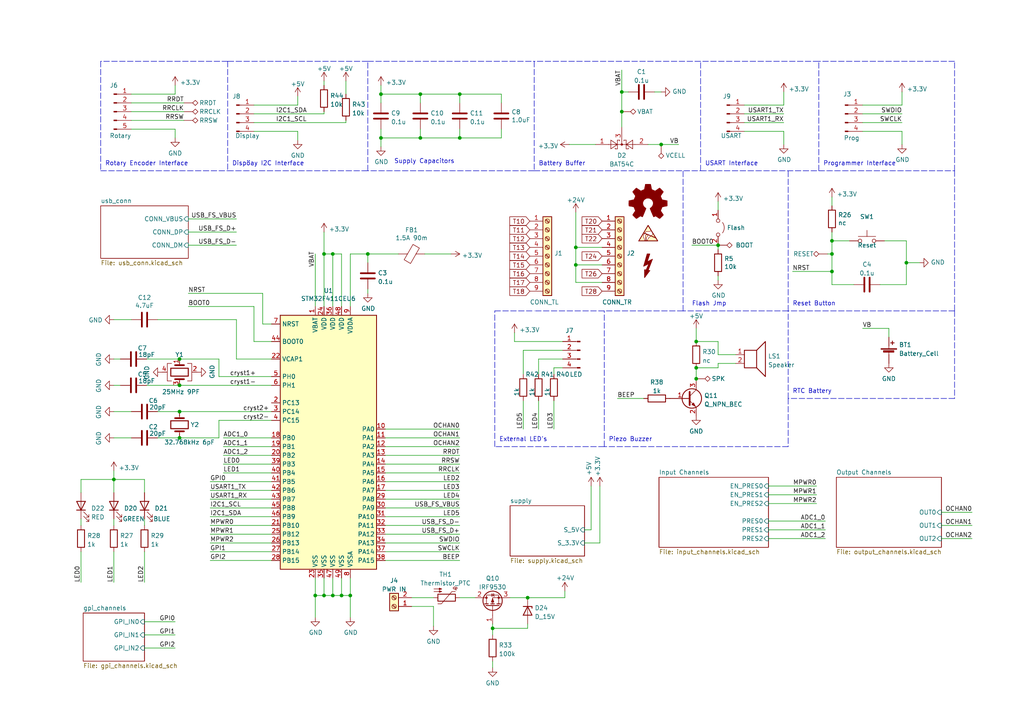
<source format=kicad_sch>
(kicad_sch (version 20211123) (generator eeschema)

  (uuid 949f679f-c6a9-4c5c-99c7-644ace536315)

  (paper "A4")

  (title_block
    (title "FloatPUMP Schematics")
    (date "2022-11-11")
    (rev "1.0")
    (company "robtor.de")
    (comment 1 "Controller board for up to 3 water pumps")
    (comment 2 "measuring capabilities with piezoresistive pressure sensors")
    (comment 3 "sensor input Range 4mA-20mA")
  )

  

  (junction (at 167.005 71.755) (diameter 0) (color 0 0 0 0)
    (uuid 020dcd38-f3e8-4a78-9f2b-9aea876e1d15)
  )
  (junction (at 91.44 172.72) (diameter 0) (color 0 0 0 0)
    (uuid 0c1b88cb-a078-4181-b19e-b5625c47d08a)
  )
  (junction (at 153.035 173.355) (diameter 0) (color 0 0 0 0)
    (uuid 1352fb65-da20-4a42-aad4-f9d19e5b5394)
  )
  (junction (at 96.52 73.66) (diameter 0) (color 0 0 0 0)
    (uuid 1b60fcfc-a270-4122-b967-c7c9c4b63403)
  )
  (junction (at 191.77 41.91) (diameter 0) (color 0 0 0 0)
    (uuid 1c5a68ea-fed7-43b9-a37a-435ca33d5ec4)
  )
  (junction (at 142.875 182.245) (diameter 0) (color 0 0 0 0)
    (uuid 1f2e7c06-7bbc-415a-aa2f-629ef66fd57a)
  )
  (junction (at 133.35 27.305) (diameter 0) (color 0 0 0 0)
    (uuid 2753d945-ace6-4480-9faf-9137856303ea)
  )
  (junction (at 167.005 76.835) (diameter 0) (color 0 0 0 0)
    (uuid 34e94350-deae-435e-bb69-b2d2a91754ce)
  )
  (junction (at 121.92 40.005) (diameter 0) (color 0 0 0 0)
    (uuid 39d0e9d0-a702-4c04-bc3c-653ef4f0c50e)
  )
  (junction (at 241.3 73.66) (diameter 0) (color 0 0 0 0)
    (uuid 4cd454dd-343a-4999-b869-a7127a4d9978)
  )
  (junction (at 101.6 172.72) (diameter 0) (color 0 0 0 0)
    (uuid 4edcd7a3-0492-42b8-89cf-919d2afe7f69)
  )
  (junction (at 121.92 27.305) (diameter 0) (color 0 0 0 0)
    (uuid 4f94cfba-8412-4c60-a31b-e6d995934dc1)
  )
  (junction (at 52.07 127) (diameter 0) (color 0 0 0 0)
    (uuid 5a70c532-5383-43bb-b441-21ca36bd2484)
  )
  (junction (at 110.49 40.005) (diameter 0) (color 0 0 0 0)
    (uuid 6f88fca4-4670-437c-9fd1-4ebd76593daa)
  )
  (junction (at 241.3 78.74) (diameter 0) (color 0 0 0 0)
    (uuid 70750f1a-6a6e-4571-87e8-e96d7814c66f)
  )
  (junction (at 201.93 109.855) (diameter 0) (color 0 0 0 0)
    (uuid 9036384e-eee5-4451-b7e7-87842d0d6fca)
  )
  (junction (at 262.89 76.2) (diameter 0) (color 0 0 0 0)
    (uuid 92a2589f-ae05-42af-aab0-9bfaaa2a73f1)
  )
  (junction (at 133.35 40.005) (diameter 0) (color 0 0 0 0)
    (uuid 9569d29f-17d3-40a7-b073-1b7eb9687b43)
  )
  (junction (at 52.07 104.14) (diameter 0) (color 0 0 0 0)
    (uuid 97bd1d07-8f04-442c-80ac-c95cf3f51efe)
  )
  (junction (at 52.07 119.38) (diameter 0) (color 0 0 0 0)
    (uuid a0900619-a580-41eb-9fbb-5149e9a28aef)
  )
  (junction (at 33.02 139.065) (diameter 0) (color 0 0 0 0)
    (uuid a4b63938-0a30-421e-a83e-07ee3a44f405)
  )
  (junction (at 52.07 111.76) (diameter 0) (color 0 0 0 0)
    (uuid a70dc485-cc49-4e1f-b1ec-eb9c56462344)
  )
  (junction (at 96.52 172.72) (diameter 0) (color 0 0 0 0)
    (uuid a9ff0789-9730-4d71-b297-fe2eb23154c4)
  )
  (junction (at 180.34 26.67) (diameter 0) (color 0 0 0 0)
    (uuid bf64b8d9-04f8-4bac-906b-3f89e12e5d32)
  )
  (junction (at 201.93 106.68) (diameter 0) (color 0 0 0 0)
    (uuid d85d001d-db06-423e-99e2-d2c9676bf6eb)
  )
  (junction (at 106.68 73.66) (diameter 0) (color 0 0 0 0)
    (uuid dbb72415-af02-4b41-adad-978e86e84f5e)
  )
  (junction (at 208.28 71.12) (diameter 0) (color 0 0 0 0)
    (uuid dc71b394-38ca-4c3c-a2a5-7ef7a670c49b)
  )
  (junction (at 110.49 27.305) (diameter 0) (color 0 0 0 0)
    (uuid dee204e1-3149-4bb4-b821-dbc11df06a18)
  )
  (junction (at 93.98 73.66) (diameter 0) (color 0 0 0 0)
    (uuid ebee7b2d-9f75-4529-9377-97f671d1e3dc)
  )
  (junction (at 201.93 99.06) (diameter 0) (color 0 0 0 0)
    (uuid ec8c2ca1-97d3-4d7c-af64-6cbbbe597d8b)
  )
  (junction (at 93.98 172.72) (diameter 0) (color 0 0 0 0)
    (uuid ed19ccea-cfd8-433f-8938-ca1dd302430c)
  )
  (junction (at 180.34 32.385) (diameter 0) (color 0 0 0 0)
    (uuid f486435c-c972-42e4-8219-35ab13b3a285)
  )
  (junction (at 99.06 172.72) (diameter 0) (color 0 0 0 0)
    (uuid f8b32d6c-b3c5-47fc-ba73-e778451404c6)
  )
  (junction (at 241.3 69.85) (diameter 0) (color 0 0 0 0)
    (uuid f93f0caf-de38-451e-8ca0-f8175bc6663c)
  )

  (wire (pts (xy 64.77 129.54) (xy 78.74 129.54))
    (stroke (width 0) (type default) (color 0 0 0 0))
    (uuid 011b2a2a-a574-42b5-999f-7ed9d9776a43)
  )
  (polyline (pts (xy 175.26 129.54) (xy 175.26 90.17))
    (stroke (width 0) (type default) (color 0 0 0 0))
    (uuid 01d42531-06ff-458e-91d1-5b96d3f8b385)
  )

  (wire (pts (xy 182.245 26.67) (xy 180.34 26.67))
    (stroke (width 0) (type default) (color 0 0 0 0))
    (uuid 0228648f-fd85-4f7f-9204-53610241d2b9)
  )
  (wire (pts (xy 38.1 119.38) (xy 33.02 119.38))
    (stroke (width 0) (type default) (color 0 0 0 0))
    (uuid 036a7d28-05ab-4651-ba1c-47fa1d863421)
  )
  (wire (pts (xy 73.66 99.06) (xy 73.66 88.9))
    (stroke (width 0) (type default) (color 0 0 0 0))
    (uuid 03a5e9df-cec7-4991-b6d5-c82d388e8d2e)
  )
  (wire (pts (xy 255.27 82.55) (xy 262.89 82.55))
    (stroke (width 0) (type default) (color 0 0 0 0))
    (uuid 062011a8-2b6e-42bc-aa5b-790abf63d348)
  )
  (wire (pts (xy 99.06 73.66) (xy 96.52 73.66))
    (stroke (width 0) (type default) (color 0 0 0 0))
    (uuid 06a42763-2f97-4419-84a6-ef6ea2a60fb4)
  )
  (wire (pts (xy 125.73 175.895) (xy 125.73 181.61))
    (stroke (width 0) (type default) (color 0 0 0 0))
    (uuid 07bc83a8-62a6-4bc6-a183-17b07f743dc3)
  )
  (wire (pts (xy 121.92 27.305) (xy 121.92 29.845))
    (stroke (width 0) (type default) (color 0 0 0 0))
    (uuid 08d4cfaf-b332-40f7-973c-66684e7a54a3)
  )
  (wire (pts (xy 110.49 27.305) (xy 110.49 29.845))
    (stroke (width 0) (type default) (color 0 0 0 0))
    (uuid 0a637dc5-5627-4329-935c-c4f041de6385)
  )
  (wire (pts (xy 93.98 33.02) (xy 93.98 32.385))
    (stroke (width 0) (type default) (color 0 0 0 0))
    (uuid 0bd2a9c0-96d6-44df-80fd-f97264a8b783)
  )
  (wire (pts (xy 52.07 104.14) (xy 42.545 104.14))
    (stroke (width 0) (type default) (color 0 0 0 0))
    (uuid 0c6fff14-bb97-4dc3-9f20-62bec77994c6)
  )
  (wire (pts (xy 78.74 119.38) (xy 52.07 119.38))
    (stroke (width 0) (type default) (color 0 0 0 0))
    (uuid 0e162795-22a7-4501-b03f-b283bb5650d9)
  )
  (wire (pts (xy 201.93 109.855) (xy 201.93 110.49))
    (stroke (width 0) (type default) (color 0 0 0 0))
    (uuid 0f47fb04-026a-4afa-9bfe-15f03def5d6b)
  )
  (wire (pts (xy 149.225 99.06) (xy 163.195 99.06))
    (stroke (width 0) (type default) (color 0 0 0 0))
    (uuid 126099d8-8b2d-4e87-990f-1fb99894d4b1)
  )
  (polyline (pts (xy 106.68 49.53) (xy 106.68 17.78))
    (stroke (width 0) (type default) (color 0 0 0 0))
    (uuid 14d3863a-1c03-4d48-a032-61ae3a0ad5c1)
  )

  (wire (pts (xy 78.74 132.08) (xy 64.77 132.08))
    (stroke (width 0) (type default) (color 0 0 0 0))
    (uuid 152be6bd-f8d6-47e9-9b6b-09485d01579b)
  )
  (wire (pts (xy 93.98 172.72) (xy 91.44 172.72))
    (stroke (width 0) (type default) (color 0 0 0 0))
    (uuid 16e9575c-a847-468f-810e-95497dadeb97)
  )
  (polyline (pts (xy 228.6 115.57) (xy 228.6 129.54))
    (stroke (width 0) (type default) (color 0 0 0 0))
    (uuid 17487b2e-2390-4106-a427-c6c54336dd3f)
  )
  (polyline (pts (xy 228.6 90.17) (xy 198.12 90.17))
    (stroke (width 0) (type default) (color 0 0 0 0))
    (uuid 191311d6-5bf7-47a9-ae1e-6b521cf3ea32)
  )

  (wire (pts (xy 60.96 149.86) (xy 78.74 149.86))
    (stroke (width 0) (type default) (color 0 0 0 0))
    (uuid 196b514b-b3f6-4344-904e-bca015040e93)
  )
  (wire (pts (xy 106.68 83.82) (xy 106.68 85.09))
    (stroke (width 0) (type default) (color 0 0 0 0))
    (uuid 1a8290e9-c445-4b51-b8b0-45fcbf671219)
  )
  (wire (pts (xy 41.91 142.875) (xy 41.91 139.065))
    (stroke (width 0) (type default) (color 0 0 0 0))
    (uuid 1ad7936f-a45d-43a3-8729-3f6ad34b3bbe)
  )
  (wire (pts (xy 208.28 80.01) (xy 208.28 81.28))
    (stroke (width 0) (type default) (color 0 0 0 0))
    (uuid 1b373a0f-a405-4f7c-be0d-0a515d48b205)
  )
  (wire (pts (xy 119.38 175.895) (xy 125.73 175.895))
    (stroke (width 0) (type default) (color 0 0 0 0))
    (uuid 1bd8d612-e272-4d35-ba59-ea5675b3dee2)
  )
  (wire (pts (xy 167.005 61.595) (xy 167.005 71.755))
    (stroke (width 0) (type default) (color 0 0 0 0))
    (uuid 1c31a8c1-e3ee-409a-b75b-be2b8e53a0b7)
  )
  (wire (pts (xy 111.76 127) (xy 133.35 127))
    (stroke (width 0) (type default) (color 0 0 0 0))
    (uuid 1dc46e87-a953-4f20-a4d4-4ecede78d2eb)
  )
  (wire (pts (xy 111.76 157.48) (xy 133.35 157.48))
    (stroke (width 0) (type default) (color 0 0 0 0))
    (uuid 1dd42d41-b809-42ae-b6a5-91ce0f5409f7)
  )
  (wire (pts (xy 100.33 23.495) (xy 100.33 27.305))
    (stroke (width 0) (type default) (color 0 0 0 0))
    (uuid 1e65348d-0394-491b-9696-4c8b7499f309)
  )
  (wire (pts (xy 215.9 35.56) (xy 227.33 35.56))
    (stroke (width 0) (type default) (color 0 0 0 0))
    (uuid 1f4d482a-d80d-48b4-a443-e0ca391c4f86)
  )
  (wire (pts (xy 241.3 69.85) (xy 241.3 73.66))
    (stroke (width 0) (type default) (color 0 0 0 0))
    (uuid 22a0b2d5-d975-4c12-bf03-7470074fed54)
  )
  (wire (pts (xy 96.52 167.64) (xy 96.52 172.72))
    (stroke (width 0) (type default) (color 0 0 0 0))
    (uuid 22f22dbe-16ed-4088-a875-5700f66d16da)
  )
  (wire (pts (xy 241.3 78.74) (xy 229.87 78.74))
    (stroke (width 0) (type default) (color 0 0 0 0))
    (uuid 2400f930-cf6d-41a8-baef-3048725f3a5b)
  )
  (wire (pts (xy 99.06 172.72) (xy 96.52 172.72))
    (stroke (width 0) (type default) (color 0 0 0 0))
    (uuid 26463066-394c-4c4d-9a7e-2d5cbd51a260)
  )
  (wire (pts (xy 208.28 99.06) (xy 208.28 102.87))
    (stroke (width 0) (type default) (color 0 0 0 0))
    (uuid 268b38a4-5791-4865-b036-a0203f8e626d)
  )
  (wire (pts (xy 163.195 101.6) (xy 151.765 101.6))
    (stroke (width 0) (type default) (color 0 0 0 0))
    (uuid 27394eba-9cc1-4464-8a20-cc6a5fec851e)
  )
  (wire (pts (xy 133.35 40.005) (xy 145.415 40.005))
    (stroke (width 0) (type default) (color 0 0 0 0))
    (uuid 29120252-d73c-4a5c-b87f-011abc045fcf)
  )
  (wire (pts (xy 38.1 27.305) (xy 50.8 27.305))
    (stroke (width 0) (type default) (color 0 0 0 0))
    (uuid 2a745fcb-09cd-409b-a911-81fd22f368af)
  )
  (wire (pts (xy 41.91 187.96) (xy 50.8 187.96))
    (stroke (width 0) (type default) (color 0 0 0 0))
    (uuid 2abcf069-19de-44b8-a6b8-4d5ee2f7d656)
  )
  (wire (pts (xy 111.76 160.02) (xy 133.35 160.02))
    (stroke (width 0) (type default) (color 0 0 0 0))
    (uuid 2e15e8aa-7905-4170-bb81-958c9c2c74db)
  )
  (wire (pts (xy 52.07 111.76) (xy 42.545 111.76))
    (stroke (width 0) (type default) (color 0 0 0 0))
    (uuid 2e2ea9dc-2e78-48b2-a918-779655a2f4bb)
  )
  (wire (pts (xy 111.76 147.32) (xy 133.35 147.32))
    (stroke (width 0) (type default) (color 0 0 0 0))
    (uuid 2e4f3627-f43e-4331-8ab0-f5d657fd4ada)
  )
  (polyline (pts (xy 66.04 17.78) (xy 29.21 17.78))
    (stroke (width 0) (type default) (color 0 0 0 0))
    (uuid 2e6a35eb-6636-4c39-9b2b-0859e1c94ec8)
  )

  (wire (pts (xy 153.035 180.975) (xy 153.035 182.245))
    (stroke (width 0) (type default) (color 0 0 0 0))
    (uuid 2f2e35f4-29a5-4538-bc86-29219fef50b1)
  )
  (polyline (pts (xy 66.04 49.53) (xy 106.68 49.53))
    (stroke (width 0) (type default) (color 0 0 0 0))
    (uuid 3010d011-eabc-4cec-b667-b7b1111e3ea0)
  )

  (wire (pts (xy 250.19 33.02) (xy 261.62 33.02))
    (stroke (width 0) (type default) (color 0 0 0 0))
    (uuid 30260a6a-a0b0-4b42-95c3-26be610ecc3e)
  )
  (wire (pts (xy 156.21 116.205) (xy 156.21 124.46))
    (stroke (width 0) (type default) (color 0 0 0 0))
    (uuid 303ae7a7-4a06-4b35-a5ee-99b6d0ccce36)
  )
  (wire (pts (xy 33.02 111.76) (xy 34.925 111.76))
    (stroke (width 0) (type default) (color 0 0 0 0))
    (uuid 30c2d75b-0aa4-4c8b-abd3-15a8940150c1)
  )
  (wire (pts (xy 23.495 142.875) (xy 23.495 139.065))
    (stroke (width 0) (type default) (color 0 0 0 0))
    (uuid 30c6d872-e47d-4ced-8e4c-2dd7b663d734)
  )
  (wire (pts (xy 133.35 27.305) (xy 121.92 27.305))
    (stroke (width 0) (type default) (color 0 0 0 0))
    (uuid 31ddafb9-61de-4674-b559-9e8bd04c8807)
  )
  (wire (pts (xy 171.45 140.97) (xy 171.45 153.67))
    (stroke (width 0) (type default) (color 0 0 0 0))
    (uuid 32552d8d-ef82-40d3-aa95-d5b169fab07e)
  )
  (wire (pts (xy 201.93 99.06) (xy 208.28 99.06))
    (stroke (width 0) (type default) (color 0 0 0 0))
    (uuid 32a972fc-0c88-44e2-804d-656cd9a1d817)
  )
  (polyline (pts (xy 154.94 49.53) (xy 106.68 49.53))
    (stroke (width 0) (type default) (color 0 0 0 0))
    (uuid 32b4cc52-0f7d-4657-a812-f0ec32bb962f)
  )

  (wire (pts (xy 133.35 37.465) (xy 133.35 40.005))
    (stroke (width 0) (type default) (color 0 0 0 0))
    (uuid 339df927-10f1-44cb-aa5f-82bfd46240c7)
  )
  (wire (pts (xy 78.74 144.78) (xy 60.96 144.78))
    (stroke (width 0) (type default) (color 0 0 0 0))
    (uuid 35e191e7-0681-4caa-ab56-bca67244817b)
  )
  (polyline (pts (xy 143.51 90.17) (xy 154.94 90.17))
    (stroke (width 0) (type default) (color 0 0 0 0))
    (uuid 361b2945-3ddb-479e-87ba-da3a8981f58f)
  )

  (wire (pts (xy 142.875 180.975) (xy 142.875 182.245))
    (stroke (width 0) (type default) (color 0 0 0 0))
    (uuid 36d79d45-65d5-41e5-8d80-43f14f1c4944)
  )
  (wire (pts (xy 78.74 139.7) (xy 60.96 139.7))
    (stroke (width 0) (type default) (color 0 0 0 0))
    (uuid 375fb2af-999a-47fb-b314-c5ed0dda8fca)
  )
  (wire (pts (xy 123.19 73.66) (xy 130.81 73.66))
    (stroke (width 0) (type default) (color 0 0 0 0))
    (uuid 398e575e-ffcc-47d3-99bb-d2398359704a)
  )
  (wire (pts (xy 160.655 106.68) (xy 160.655 108.585))
    (stroke (width 0) (type default) (color 0 0 0 0))
    (uuid 3a1fc013-e799-4688-ae20-2bbf502da68b)
  )
  (wire (pts (xy 250.19 30.48) (xy 261.62 30.48))
    (stroke (width 0) (type default) (color 0 0 0 0))
    (uuid 3a77ad2c-5616-4b44-93df-e454912b8b77)
  )
  (wire (pts (xy 111.76 124.46) (xy 133.35 124.46))
    (stroke (width 0) (type default) (color 0 0 0 0))
    (uuid 3bb1b200-9bd3-4ca2-a3fe-ceac65ba2f22)
  )
  (wire (pts (xy 167.005 76.835) (xy 174.625 76.835))
    (stroke (width 0) (type default) (color 0 0 0 0))
    (uuid 3bf68d6c-3f0d-4de6-aabd-9f1649a44e6c)
  )
  (wire (pts (xy 151.765 116.205) (xy 151.765 124.46))
    (stroke (width 0) (type default) (color 0 0 0 0))
    (uuid 3c68ad2c-9010-4ef7-bedd-f009382cb08f)
  )
  (wire (pts (xy 250.19 95.25) (xy 257.81 95.25))
    (stroke (width 0) (type default) (color 0 0 0 0))
    (uuid 3eff4e29-2225-4c7e-8279-6d6efa2d67e4)
  )
  (wire (pts (xy 247.65 82.55) (xy 241.3 82.55))
    (stroke (width 0) (type default) (color 0 0 0 0))
    (uuid 3f407738-52f9-487e-96ff-574567b43890)
  )
  (wire (pts (xy 45.72 92.71) (xy 68.58 92.71))
    (stroke (width 0) (type default) (color 0 0 0 0))
    (uuid 400b7b23-e399-48ba-af02-3f8bdfca3c55)
  )
  (wire (pts (xy 111.76 129.54) (xy 133.35 129.54))
    (stroke (width 0) (type default) (color 0 0 0 0))
    (uuid 4015be1a-c6e1-42db-af6f-c161f489ea1f)
  )
  (wire (pts (xy 33.02 160.02) (xy 33.02 168.91))
    (stroke (width 0) (type default) (color 0 0 0 0))
    (uuid 4118162d-0e05-4908-9a1f-c7016575bccb)
  )
  (polyline (pts (xy 29.21 17.78) (xy 29.21 49.53))
    (stroke (width 0) (type default) (color 0 0 0 0))
    (uuid 41b6e1ba-5c99-4fd7-9c65-c4fb07c70188)
  )

  (wire (pts (xy 191.77 41.91) (xy 196.85 41.91))
    (stroke (width 0) (type default) (color 0 0 0 0))
    (uuid 424267dd-6303-4018-aae0-34d62814fcba)
  )
  (wire (pts (xy 222.885 140.97) (xy 236.855 140.97))
    (stroke (width 0) (type default) (color 0 0 0 0))
    (uuid 438c390e-2817-4262-9bb8-264a62f66854)
  )
  (wire (pts (xy 111.76 137.16) (xy 133.35 137.16))
    (stroke (width 0) (type default) (color 0 0 0 0))
    (uuid 4390a55c-a8f9-4caf-a838-233bb3ce27aa)
  )
  (wire (pts (xy 241.3 73.66) (xy 241.3 78.74))
    (stroke (width 0) (type default) (color 0 0 0 0))
    (uuid 43951137-b2ae-4c0a-b786-c0130baa43cf)
  )
  (wire (pts (xy 68.58 104.14) (xy 78.74 104.14))
    (stroke (width 0) (type default) (color 0 0 0 0))
    (uuid 43c49596-4b82-4ee2-b1be-2aafb6486920)
  )
  (wire (pts (xy 96.52 88.9) (xy 96.52 73.66))
    (stroke (width 0) (type default) (color 0 0 0 0))
    (uuid 4444fd17-a409-4254-92e6-9a69f5880d89)
  )
  (wire (pts (xy 180.34 26.67) (xy 180.34 20.32))
    (stroke (width 0) (type default) (color 0 0 0 0))
    (uuid 44ca684d-985e-45fb-a22b-01e29383cba4)
  )
  (wire (pts (xy 273.05 152.4) (xy 281.94 152.4))
    (stroke (width 0) (type default) (color 0 0 0 0))
    (uuid 44f02c76-ffc0-47e0-9779-2d79a58ff9cf)
  )
  (wire (pts (xy 208.28 58.42) (xy 208.28 60.96))
    (stroke (width 0) (type default) (color 0 0 0 0))
    (uuid 45f77cbe-76c9-4770-945d-6ce9f436791e)
  )
  (polyline (pts (xy 276.86 49.53) (xy 276.86 17.78))
    (stroke (width 0) (type default) (color 0 0 0 0))
    (uuid 4738ad5c-de7a-450c-a864-83a693566efb)
  )
  (polyline (pts (xy 154.94 49.53) (xy 203.2 49.53))
    (stroke (width 0) (type default) (color 0 0 0 0))
    (uuid 4cf2a8ea-f147-45e1-b905-8e01e3488a54)
  )

  (wire (pts (xy 52.07 119.38) (xy 45.72 119.38))
    (stroke (width 0) (type default) (color 0 0 0 0))
    (uuid 4d42688d-59c9-41ed-af68-2d906566e68c)
  )
  (wire (pts (xy 23.495 160.02) (xy 23.495 168.91))
    (stroke (width 0) (type default) (color 0 0 0 0))
    (uuid 4d4de7d2-6a8b-425f-a4ad-2111507b5618)
  )
  (wire (pts (xy 208.28 71.12) (xy 200.66 71.12))
    (stroke (width 0) (type default) (color 0 0 0 0))
    (uuid 4d79ec2b-2fc9-4ba1-b93a-d630912470a0)
  )
  (wire (pts (xy 34.925 104.14) (xy 33.02 104.14))
    (stroke (width 0) (type default) (color 0 0 0 0))
    (uuid 4e0ac502-331a-4340-82b9-dd8d8cee49d0)
  )
  (wire (pts (xy 147.955 173.355) (xy 153.035 173.355))
    (stroke (width 0) (type default) (color 0 0 0 0))
    (uuid 4f950d83-d276-400c-9197-f6b37b6bcb04)
  )
  (wire (pts (xy 227.33 38.1) (xy 227.33 41.91))
    (stroke (width 0) (type default) (color 0 0 0 0))
    (uuid 4fddd78f-1b0d-4365-b740-2df7595c3522)
  )
  (wire (pts (xy 156.21 104.14) (xy 156.21 108.585))
    (stroke (width 0) (type default) (color 0 0 0 0))
    (uuid 505d5465-5d3c-4c20-a903-bb9f0614c27d)
  )
  (wire (pts (xy 111.76 142.24) (xy 133.35 142.24))
    (stroke (width 0) (type default) (color 0 0 0 0))
    (uuid 507dbcec-13ef-491c-9e13-750ae5d08786)
  )
  (polyline (pts (xy 175.26 129.54) (xy 143.51 129.54))
    (stroke (width 0) (type default) (color 0 0 0 0))
    (uuid 51bbc616-36a1-464c-9200-0d0c8edfe960)
  )

  (wire (pts (xy 64.77 137.16) (xy 78.74 137.16))
    (stroke (width 0) (type default) (color 0 0 0 0))
    (uuid 51d162f7-2e8a-4bc7-88c1-e6c065d4b161)
  )
  (polyline (pts (xy 106.68 17.78) (xy 154.94 17.78))
    (stroke (width 0) (type default) (color 0 0 0 0))
    (uuid 55438888-edf4-4cf0-83da-f060d3938df2)
  )

  (wire (pts (xy 262.89 69.85) (xy 262.89 76.2))
    (stroke (width 0) (type default) (color 0 0 0 0))
    (uuid 55587dc1-052d-440c-a761-29091bbb6f2b)
  )
  (wire (pts (xy 163.195 106.68) (xy 160.655 106.68))
    (stroke (width 0) (type default) (color 0 0 0 0))
    (uuid 56073852-e094-44c0-abb8-63498ed962c1)
  )
  (wire (pts (xy 222.885 151.13) (xy 239.395 151.13))
    (stroke (width 0) (type default) (color 0 0 0 0))
    (uuid 5651f317-a2b7-4f02-bafd-3ed49b106af9)
  )
  (wire (pts (xy 111.76 134.62) (xy 133.35 134.62))
    (stroke (width 0) (type default) (color 0 0 0 0))
    (uuid 5675cbe2-6193-4193-a086-51fe846aeda2)
  )
  (wire (pts (xy 145.415 37.465) (xy 145.415 40.005))
    (stroke (width 0) (type default) (color 0 0 0 0))
    (uuid 57dab67d-73b5-4fcb-901b-a69051e35364)
  )
  (wire (pts (xy 76.2 93.98) (xy 76.2 85.09))
    (stroke (width 0) (type default) (color 0 0 0 0))
    (uuid 57fd891c-135f-4c54-af0d-9ea73edf736e)
  )
  (wire (pts (xy 227.33 30.48) (xy 227.33 26.67))
    (stroke (width 0) (type default) (color 0 0 0 0))
    (uuid 58170f19-2867-4e92-aef8-b013ab60ff8b)
  )
  (wire (pts (xy 241.3 57.15) (xy 241.3 59.69))
    (stroke (width 0) (type default) (color 0 0 0 0))
    (uuid 58a18d69-fc34-46c3-b57c-2e4d5b6313a2)
  )
  (wire (pts (xy 151.765 101.6) (xy 151.765 108.585))
    (stroke (width 0) (type default) (color 0 0 0 0))
    (uuid 5ab5fc39-d119-4939-b187-6241bdd9350c)
  )
  (polyline (pts (xy 106.68 17.78) (xy 66.04 17.78))
    (stroke (width 0) (type default) (color 0 0 0 0))
    (uuid 5be033f5-9678-4b75-be3b-55853d81c4f8)
  )

  (wire (pts (xy 121.92 27.305) (xy 110.49 27.305))
    (stroke (width 0) (type default) (color 0 0 0 0))
    (uuid 5c2af2de-18cd-439f-b9b8-856093f4e3ac)
  )
  (wire (pts (xy 153.035 182.245) (xy 142.875 182.245))
    (stroke (width 0) (type default) (color 0 0 0 0))
    (uuid 5cb3a061-bf6b-4a2e-855d-a4d7dd6be83b)
  )
  (wire (pts (xy 241.3 78.74) (xy 241.3 82.55))
    (stroke (width 0) (type default) (color 0 0 0 0))
    (uuid 5d9a5990-dcf8-486e-bfb6-30d6c0b34192)
  )
  (wire (pts (xy 63.5 104.14) (xy 52.07 104.14))
    (stroke (width 0) (type default) (color 0 0 0 0))
    (uuid 5e1d9c1f-58d3-41cd-9eb4-fb2ae3a4b10c)
  )
  (wire (pts (xy 215.9 30.48) (xy 227.33 30.48))
    (stroke (width 0) (type default) (color 0 0 0 0))
    (uuid 5e2838cc-acd7-4c51-bc18-f5f97bf524d9)
  )
  (polyline (pts (xy 29.21 49.53) (xy 66.04 49.53))
    (stroke (width 0) (type default) (color 0 0 0 0))
    (uuid 5fe5e54d-1eb6-4f0a-a978-61e0039cfbf1)
  )

  (wire (pts (xy 63.5 109.22) (xy 63.5 104.14))
    (stroke (width 0) (type default) (color 0 0 0 0))
    (uuid 613967c9-6a2a-45ae-bf78-98e4612f5d55)
  )
  (wire (pts (xy 240.03 73.66) (xy 241.3 73.66))
    (stroke (width 0) (type default) (color 0 0 0 0))
    (uuid 6142ef34-97be-4c90-9ca7-e387753b518a)
  )
  (wire (pts (xy 101.6 88.9) (xy 101.6 73.66))
    (stroke (width 0) (type default) (color 0 0 0 0))
    (uuid 618c3501-0e3a-49e5-8b16-1ffee4adee40)
  )
  (wire (pts (xy 222.885 156.21) (xy 239.395 156.21))
    (stroke (width 0) (type default) (color 0 0 0 0))
    (uuid 62b8cb17-877a-45b0-821a-c147661d06ec)
  )
  (wire (pts (xy 241.3 69.85) (xy 246.38 69.85))
    (stroke (width 0) (type default) (color 0 0 0 0))
    (uuid 62d616c4-a645-4785-83f4-e7b9176541bd)
  )
  (wire (pts (xy 262.89 76.2) (xy 266.7 76.2))
    (stroke (width 0) (type default) (color 0 0 0 0))
    (uuid 63c78302-c24d-424c-9283-52ae93200987)
  )
  (wire (pts (xy 63.5 121.92) (xy 63.5 127))
    (stroke (width 0) (type default) (color 0 0 0 0))
    (uuid 65a211f6-d005-41c5-aeb4-31d7e06acfc2)
  )
  (wire (pts (xy 64.77 134.62) (xy 78.74 134.62))
    (stroke (width 0) (type default) (color 0 0 0 0))
    (uuid 68877676-f185-4ce5-994a-3e7cd8c4b619)
  )
  (wire (pts (xy 111.76 152.4) (xy 133.35 152.4))
    (stroke (width 0) (type default) (color 0 0 0 0))
    (uuid 69502565-c8b7-43eb-99e0-3580594b1098)
  )
  (wire (pts (xy 201.93 106.68) (xy 201.93 109.855))
    (stroke (width 0) (type default) (color 0 0 0 0))
    (uuid 69ab2ff6-8d0a-4e41-8e1a-1caf0870f3b7)
  )
  (wire (pts (xy 201.93 95.25) (xy 201.93 99.06))
    (stroke (width 0) (type default) (color 0 0 0 0))
    (uuid 6c7d8008-17da-4be5-b57e-dfb877a7ef32)
  )
  (wire (pts (xy 121.92 37.465) (xy 121.92 40.005))
    (stroke (width 0) (type default) (color 0 0 0 0))
    (uuid 6ce9cb44-7b50-4bf3-98c7-6ca59e7305b2)
  )
  (wire (pts (xy 145.415 29.845) (xy 145.415 27.305))
    (stroke (width 0) (type default) (color 0 0 0 0))
    (uuid 6dd36aa5-6a60-4752-8a21-1772effb9f07)
  )
  (wire (pts (xy 167.005 71.755) (xy 174.625 71.755))
    (stroke (width 0) (type default) (color 0 0 0 0))
    (uuid 6e68d57d-1e50-4170-95cd-df0718dd1899)
  )
  (polyline (pts (xy 276.86 17.78) (xy 237.49 17.78))
    (stroke (width 0) (type default) (color 0 0 0 0))
    (uuid 6fd2b7a8-9e41-4aa1-88b4-f9ee307d1b4b)
  )

  (wire (pts (xy 78.74 111.76) (xy 52.07 111.76))
    (stroke (width 0) (type default) (color 0 0 0 0))
    (uuid 715db6a8-aaa0-46b4-addd-972ee71b75dc)
  )
  (wire (pts (xy 110.49 37.465) (xy 110.49 40.005))
    (stroke (width 0) (type default) (color 0 0 0 0))
    (uuid 71b00c47-caef-48f6-91be-7f1855a1e2c0)
  )
  (wire (pts (xy 111.76 132.08) (xy 133.35 132.08))
    (stroke (width 0) (type default) (color 0 0 0 0))
    (uuid 72cc00e4-7e53-46d8-858f-e435f5b37f05)
  )
  (wire (pts (xy 201.93 106.68) (xy 208.28 106.68))
    (stroke (width 0) (type default) (color 0 0 0 0))
    (uuid 743fef08-4881-4afb-adde-ee5bd2198117)
  )
  (wire (pts (xy 241.3 67.31) (xy 241.3 69.85))
    (stroke (width 0) (type default) (color 0 0 0 0))
    (uuid 748c549b-7c57-462b-9f39-c28eb0045225)
  )
  (wire (pts (xy 215.9 38.1) (xy 227.33 38.1))
    (stroke (width 0) (type default) (color 0 0 0 0))
    (uuid 74d4a3c7-cc41-4e0e-b616-9fc3c358b2ae)
  )
  (wire (pts (xy 121.92 40.005) (xy 110.49 40.005))
    (stroke (width 0) (type default) (color 0 0 0 0))
    (uuid 752a7bdc-59a7-4a9e-ae9b-a35465dc8e0c)
  )
  (wire (pts (xy 93.98 88.9) (xy 93.98 73.66))
    (stroke (width 0) (type default) (color 0 0 0 0))
    (uuid 75594c3c-e55b-4454-809c-0a72aa43af83)
  )
  (wire (pts (xy 222.885 153.67) (xy 239.395 153.67))
    (stroke (width 0) (type default) (color 0 0 0 0))
    (uuid 769aead0-25d0-4594-84cb-d6b74ceb8cd8)
  )
  (wire (pts (xy 23.495 139.065) (xy 33.02 139.065))
    (stroke (width 0) (type default) (color 0 0 0 0))
    (uuid 78ce4bcf-16dc-4d77-99b5-ce1b3e6d1d63)
  )
  (wire (pts (xy 261.62 30.48) (xy 261.62 26.67))
    (stroke (width 0) (type default) (color 0 0 0 0))
    (uuid 78f1b9a8-ca0e-4e8c-91b8-a46bcfebec64)
  )
  (wire (pts (xy 167.005 71.755) (xy 167.005 76.835))
    (stroke (width 0) (type default) (color 0 0 0 0))
    (uuid 7a5b5fc8-5a47-4860-a97b-3135d1597dc6)
  )
  (wire (pts (xy 169.545 153.67) (xy 171.45 153.67))
    (stroke (width 0) (type default) (color 0 0 0 0))
    (uuid 7c1300bc-e1a7-4d72-bfe2-bffc21d5f5e3)
  )
  (wire (pts (xy 73.66 88.9) (xy 54.61 88.9))
    (stroke (width 0) (type default) (color 0 0 0 0))
    (uuid 7c20a18a-318c-4e79-afcf-a3e87eb69a53)
  )
  (wire (pts (xy 153.035 173.355) (xy 163.83 173.355))
    (stroke (width 0) (type default) (color 0 0 0 0))
    (uuid 7c60ca1a-91e0-4fe6-a048-42e3f6f265ec)
  )
  (wire (pts (xy 68.58 92.71) (xy 68.58 104.14))
    (stroke (width 0) (type default) (color 0 0 0 0))
    (uuid 837370a5-1290-49d7-96e4-d4c2412ac873)
  )
  (wire (pts (xy 96.52 172.72) (xy 93.98 172.72))
    (stroke (width 0) (type default) (color 0 0 0 0))
    (uuid 84a2320f-8ad9-4501-8628-7ca6e418f956)
  )
  (wire (pts (xy 179.07 115.57) (xy 186.69 115.57))
    (stroke (width 0) (type default) (color 0 0 0 0))
    (uuid 87cf9f49-2322-4621-91eb-11035c4cedf8)
  )
  (wire (pts (xy 133.35 40.005) (xy 121.92 40.005))
    (stroke (width 0) (type default) (color 0 0 0 0))
    (uuid 88c7d4ef-4a81-4ff0-8236-354227632382)
  )
  (wire (pts (xy 169.545 157.48) (xy 173.99 157.48))
    (stroke (width 0) (type default) (color 0 0 0 0))
    (uuid 88d142d5-00b5-4d86-9b5a-1ce9e7d17cbb)
  )
  (wire (pts (xy 160.655 116.205) (xy 160.655 124.46))
    (stroke (width 0) (type default) (color 0 0 0 0))
    (uuid 8afd873f-9a06-4b39-ab04-49f0059f061b)
  )
  (wire (pts (xy 41.91 184.15) (xy 50.8 184.15))
    (stroke (width 0) (type default) (color 0 0 0 0))
    (uuid 8b4e071f-9509-4780-a465-03d34bc67608)
  )
  (wire (pts (xy 78.74 109.22) (xy 63.5 109.22))
    (stroke (width 0) (type default) (color 0 0 0 0))
    (uuid 8b558919-c46d-47f8-bf42-0c0ee86f63f0)
  )
  (wire (pts (xy 111.76 139.7) (xy 133.35 139.7))
    (stroke (width 0) (type default) (color 0 0 0 0))
    (uuid 8bf90929-6d2d-4a79-b1a1-138fa542533a)
  )
  (wire (pts (xy 133.35 173.355) (xy 137.795 173.355))
    (stroke (width 0) (type default) (color 0 0 0 0))
    (uuid 8c71accb-9ad4-46a4-99b3-04c04e38d9f1)
  )
  (polyline (pts (xy 154.94 17.78) (xy 154.94 49.53))
    (stroke (width 0) (type default) (color 0 0 0 0))
    (uuid 8d77d4ce-5809-4e16-9db8-9d8672ed5276)
  )

  (wire (pts (xy 73.66 38.1) (xy 86.36 38.1))
    (stroke (width 0) (type default) (color 0 0 0 0))
    (uuid 8d858d92-08ba-438f-a480-02393eb30c20)
  )
  (wire (pts (xy 167.005 81.915) (xy 167.005 76.835))
    (stroke (width 0) (type default) (color 0 0 0 0))
    (uuid 8e30c1ea-738e-4249-83d3-ea6a40d6910c)
  )
  (polyline (pts (xy 237.49 17.78) (xy 203.2 17.78))
    (stroke (width 0) (type default) (color 0 0 0 0))
    (uuid 8f2ebcdd-5322-432c-8de8-6f6fa3726577)
  )

  (wire (pts (xy 86.36 38.1) (xy 86.36 40.64))
    (stroke (width 0) (type default) (color 0 0 0 0))
    (uuid 8f733a2c-4b86-4934-a2e4-283803e72b72)
  )
  (wire (pts (xy 91.44 172.72) (xy 91.44 167.64))
    (stroke (width 0) (type default) (color 0 0 0 0))
    (uuid 911ef457-a362-4278-aeb0-e20b4bb95f57)
  )
  (wire (pts (xy 76.2 85.09) (xy 54.61 85.09))
    (stroke (width 0) (type default) (color 0 0 0 0))
    (uuid 91e5eec5-ba86-4de8-8306-b82359e84f0b)
  )
  (wire (pts (xy 111.76 149.86) (xy 133.35 149.86))
    (stroke (width 0) (type default) (color 0 0 0 0))
    (uuid 93be490e-4a1a-433c-b296-e5201b30adb1)
  )
  (polyline (pts (xy 237.49 49.53) (xy 237.49 17.78))
    (stroke (width 0) (type default) (color 0 0 0 0))
    (uuid 95462dda-11ce-48d0-b7d6-002ca6ca715a)
  )

  (wire (pts (xy 78.74 154.94) (xy 60.96 154.94))
    (stroke (width 0) (type default) (color 0 0 0 0))
    (uuid 95c0b30a-014d-4809-9e39-76cfd21137e8)
  )
  (wire (pts (xy 38.1 32.385) (xy 53.34 32.385))
    (stroke (width 0) (type default) (color 0 0 0 0))
    (uuid 95d61b58-2fd5-43ab-bfd4-cc233f0800db)
  )
  (wire (pts (xy 273.05 156.21) (xy 281.94 156.21))
    (stroke (width 0) (type default) (color 0 0 0 0))
    (uuid 95fa23fd-11b6-43e1-a7ba-9d9bca32c40b)
  )
  (wire (pts (xy 38.1 92.71) (xy 33.02 92.71))
    (stroke (width 0) (type default) (color 0 0 0 0))
    (uuid 964c3381-2dfe-4f42-9493-7645015217dd)
  )
  (wire (pts (xy 33.02 127) (xy 38.1 127))
    (stroke (width 0) (type default) (color 0 0 0 0))
    (uuid 98d42198-ed3b-4bf0-8e91-cbf5646f19a6)
  )
  (wire (pts (xy 93.98 73.66) (xy 93.98 67.31))
    (stroke (width 0) (type default) (color 0 0 0 0))
    (uuid 990602b7-cde7-45dc-92b8-b9c7bf4dd7ac)
  )
  (wire (pts (xy 93.98 167.64) (xy 93.98 172.72))
    (stroke (width 0) (type default) (color 0 0 0 0))
    (uuid 99979f31-c85d-4c90-81ff-676e69fef161)
  )
  (wire (pts (xy 86.36 27.94) (xy 86.36 30.48))
    (stroke (width 0) (type default) (color 0 0 0 0))
    (uuid 9a8e5ffa-9aed-471c-a8e6-a636cf083f34)
  )
  (wire (pts (xy 106.68 76.2) (xy 106.68 73.66))
    (stroke (width 0) (type default) (color 0 0 0 0))
    (uuid 9b08aa48-fde9-4f0c-abdd-7ab3f00ef3e0)
  )
  (wire (pts (xy 149.225 96.52) (xy 149.225 99.06))
    (stroke (width 0) (type default) (color 0 0 0 0))
    (uuid 9b20bafc-d645-4d67-9a2c-e2d16646bed8)
  )
  (wire (pts (xy 78.74 162.56) (xy 60.96 162.56))
    (stroke (width 0) (type default) (color 0 0 0 0))
    (uuid 9b37b30a-3649-4363-8875-f3fb5ec17e65)
  )
  (wire (pts (xy 215.9 33.02) (xy 227.33 33.02))
    (stroke (width 0) (type default) (color 0 0 0 0))
    (uuid 9c1e6565-7a7a-4067-bbd0-872c0268b742)
  )
  (wire (pts (xy 163.195 104.14) (xy 156.21 104.14))
    (stroke (width 0) (type default) (color 0 0 0 0))
    (uuid 9cc9d3c8-ba88-40da-9425-3b87aa46e513)
  )
  (wire (pts (xy 133.35 29.845) (xy 133.35 27.305))
    (stroke (width 0) (type default) (color 0 0 0 0))
    (uuid 9d5e6a18-8b3a-47d4-b855-1b2ca215c734)
  )
  (polyline (pts (xy 198.12 90.17) (xy 198.12 49.53))
    (stroke (width 0) (type default) (color 0 0 0 0))
    (uuid 9ecc751b-0606-4a8f-9372-63a5cb28ad4e)
  )

  (wire (pts (xy 262.89 76.2) (xy 262.89 82.55))
    (stroke (width 0) (type default) (color 0 0 0 0))
    (uuid a05ced30-092c-475f-857c-28f2ada8a95d)
  )
  (polyline (pts (xy 276.86 49.53) (xy 276.86 90.17))
    (stroke (width 0) (type default) (color 0 0 0 0))
    (uuid a0735468-fe8c-4d1d-8469-a88cd0829ac1)
  )

  (wire (pts (xy 54.61 71.12) (xy 68.58 71.12))
    (stroke (width 0) (type default) (color 0 0 0 0))
    (uuid a2a8943b-bcd6-4326-88ce-86d550232544)
  )
  (wire (pts (xy 180.34 32.385) (xy 180.34 36.83))
    (stroke (width 0) (type default) (color 0 0 0 0))
    (uuid a6b1970e-7fb2-4104-ae0a-e27cd049864d)
  )
  (wire (pts (xy 174.625 81.915) (xy 167.005 81.915))
    (stroke (width 0) (type default) (color 0 0 0 0))
    (uuid a85eb9a0-1179-4914-9862-fd5e1778e50f)
  )
  (wire (pts (xy 78.74 93.98) (xy 76.2 93.98))
    (stroke (width 0) (type default) (color 0 0 0 0))
    (uuid a89c8429-59bb-42fc-bc75-babaaeef03d9)
  )
  (wire (pts (xy 257.81 97.79) (xy 257.81 95.25))
    (stroke (width 0) (type default) (color 0 0 0 0))
    (uuid a9a9a4b6-8a0f-441d-b901-b6be940df615)
  )
  (wire (pts (xy 73.66 30.48) (xy 86.36 30.48))
    (stroke (width 0) (type default) (color 0 0 0 0))
    (uuid aa3fb47d-c127-41e0-acc4-dce6b0c86d5f)
  )
  (wire (pts (xy 63.5 127) (xy 52.07 127))
    (stroke (width 0) (type default) (color 0 0 0 0))
    (uuid ab6d145b-8b2c-4b78-9fa4-d11fb96ed0e4)
  )
  (wire (pts (xy 50.8 37.465) (xy 50.8 40.005))
    (stroke (width 0) (type default) (color 0 0 0 0))
    (uuid adbff9ca-1914-4369-8ccd-4dec08f28a8e)
  )
  (polyline (pts (xy 228.6 90.17) (xy 228.6 49.53))
    (stroke (width 0) (type default) (color 0 0 0 0))
    (uuid add543ca-adad-4f14-9c6f-90093a2e4561)
  )

  (wire (pts (xy 100.33 35.56) (xy 100.33 34.925))
    (stroke (width 0) (type default) (color 0 0 0 0))
    (uuid ae573e88-cf0e-42aa-83ce-8bd94150ded4)
  )
  (wire (pts (xy 256.54 69.85) (xy 262.89 69.85))
    (stroke (width 0) (type default) (color 0 0 0 0))
    (uuid af6725f5-c846-41f8-b609-4d0d39f7a149)
  )
  (polyline (pts (xy 228.6 115.57) (xy 228.6 90.17))
    (stroke (width 0) (type default) (color 0 0 0 0))
    (uuid b0dad422-ee01-40cf-9bf3-b9abe86989a0)
  )

  (wire (pts (xy 250.19 35.56) (xy 261.62 35.56))
    (stroke (width 0) (type default) (color 0 0 0 0))
    (uuid b12b8d6d-075d-4ebe-8821-613f22e76050)
  )
  (wire (pts (xy 60.96 160.02) (xy 78.74 160.02))
    (stroke (width 0) (type default) (color 0 0 0 0))
    (uuid b27f8d6a-5c79-4388-b709-4ee534ab4242)
  )
  (polyline (pts (xy 198.12 90.17) (xy 154.94 90.17))
    (stroke (width 0) (type default) (color 0 0 0 0))
    (uuid b401eecd-f8bd-4e64-8d28-37b75cfe8ca1)
  )

  (wire (pts (xy 142.875 184.15) (xy 142.875 182.245))
    (stroke (width 0) (type default) (color 0 0 0 0))
    (uuid b4ad7000-feaa-4ba2-9737-d5a3d6b55b74)
  )
  (polyline (pts (xy 276.86 90.17) (xy 228.6 90.17))
    (stroke (width 0) (type default) (color 0 0 0 0))
    (uuid b6056db1-1452-4b70-b01d-a7ba36c5259e)
  )

  (wire (pts (xy 111.76 154.94) (xy 133.35 154.94))
    (stroke (width 0) (type default) (color 0 0 0 0))
    (uuid b7bf21d8-635b-4ba8-931a-f395d90500b3)
  )
  (polyline (pts (xy 66.04 17.78) (xy 66.04 49.53))
    (stroke (width 0) (type default) (color 0 0 0 0))
    (uuid b8414c94-63de-4156-a96e-3fc44e986736)
  )
  (polyline (pts (xy 228.6 129.54) (xy 175.26 129.54))
    (stroke (width 0) (type default) (color 0 0 0 0))
    (uuid b94aeef8-cd3f-4340-9ae1-82d3bb739012)
  )

  (wire (pts (xy 91.44 88.9) (xy 91.44 73.66))
    (stroke (width 0) (type default) (color 0 0 0 0))
    (uuid bb1bb570-2a1a-4394-a465-3e3f93b04bc3)
  )
  (wire (pts (xy 96.52 73.66) (xy 93.98 73.66))
    (stroke (width 0) (type default) (color 0 0 0 0))
    (uuid bc1861f3-bc7f-47c2-9f68-a672fe4e27e5)
  )
  (wire (pts (xy 41.91 150.495) (xy 41.91 152.4))
    (stroke (width 0) (type default) (color 0 0 0 0))
    (uuid bc1cd474-ad2d-4d09-84b6-2427b03dddd2)
  )
  (wire (pts (xy 250.19 38.1) (xy 261.62 38.1))
    (stroke (width 0) (type default) (color 0 0 0 0))
    (uuid bc47ce52-222c-47cd-ad64-1775f2c90d97)
  )
  (wire (pts (xy 110.49 27.305) (xy 110.49 24.765))
    (stroke (width 0) (type default) (color 0 0 0 0))
    (uuid bc776d57-ec50-4332-bcea-30cfae22cb9c)
  )
  (wire (pts (xy 99.06 88.9) (xy 99.06 73.66))
    (stroke (width 0) (type default) (color 0 0 0 0))
    (uuid bcb24732-4854-4f1c-8c63-7ed38b9499fe)
  )
  (wire (pts (xy 208.28 72.39) (xy 208.28 71.12))
    (stroke (width 0) (type default) (color 0 0 0 0))
    (uuid bf9c2abc-32bf-4026-9f6c-082d75f3024c)
  )
  (wire (pts (xy 110.49 40.005) (xy 110.49 42.545))
    (stroke (width 0) (type default) (color 0 0 0 0))
    (uuid c138df99-414c-43c1-acb2-f07d1bf70c11)
  )
  (polyline (pts (xy 203.2 49.53) (xy 237.49 49.53))
    (stroke (width 0) (type default) (color 0 0 0 0))
    (uuid c6af4135-16c4-4238-ad8c-249231c54888)
  )

  (wire (pts (xy 142.875 191.77) (xy 142.875 193.675))
    (stroke (width 0) (type default) (color 0 0 0 0))
    (uuid c6d45b81-ec44-4b56-970c-a8492aebdd20)
  )
  (wire (pts (xy 111.76 162.56) (xy 133.35 162.56))
    (stroke (width 0) (type default) (color 0 0 0 0))
    (uuid c711a49a-c2e7-4fe7-a5e9-375f5e64d2bc)
  )
  (wire (pts (xy 38.1 37.465) (xy 50.8 37.465))
    (stroke (width 0) (type default) (color 0 0 0 0))
    (uuid c80e5648-60ca-4a95-816c-f49b2f0a5777)
  )
  (wire (pts (xy 93.98 23.495) (xy 93.98 24.765))
    (stroke (width 0) (type default) (color 0 0 0 0))
    (uuid c84aefb8-9f08-4261-8cba-cacf291e197d)
  )
  (wire (pts (xy 261.62 38.1) (xy 261.62 41.91))
    (stroke (width 0) (type default) (color 0 0 0 0))
    (uuid cb14be23-ab98-48c6-9abc-b932f63964a4)
  )
  (wire (pts (xy 60.96 142.24) (xy 78.74 142.24))
    (stroke (width 0) (type default) (color 0 0 0 0))
    (uuid cb7bc55a-2323-48ce-92b6-125d73a762b3)
  )
  (wire (pts (xy 91.44 172.72) (xy 91.44 179.07))
    (stroke (width 0) (type default) (color 0 0 0 0))
    (uuid ccc4c377-89ee-44c7-a202-6503eff25fe6)
  )
  (wire (pts (xy 78.74 121.92) (xy 63.5 121.92))
    (stroke (width 0) (type default) (color 0 0 0 0))
    (uuid ce45bb24-479d-4683-aa67-755497195e70)
  )
  (wire (pts (xy 78.74 99.06) (xy 73.66 99.06))
    (stroke (width 0) (type default) (color 0 0 0 0))
    (uuid ce5a1aac-236e-4abf-b1fe-601a38c49f71)
  )
  (wire (pts (xy 222.885 143.51) (xy 236.855 143.51))
    (stroke (width 0) (type default) (color 0 0 0 0))
    (uuid cea0e747-bc0d-4ecc-afdd-051936aac5b3)
  )
  (wire (pts (xy 78.74 127) (xy 64.77 127))
    (stroke (width 0) (type default) (color 0 0 0 0))
    (uuid d0ce3aee-e805-4c59-8762-90f34d751749)
  )
  (wire (pts (xy 33.02 139.065) (xy 33.02 142.875))
    (stroke (width 0) (type default) (color 0 0 0 0))
    (uuid d173243c-9836-4450-b9b9-8164a87447dc)
  )
  (polyline (pts (xy 203.2 17.78) (xy 154.94 17.78))
    (stroke (width 0) (type default) (color 0 0 0 0))
    (uuid d2df2db7-6b1d-41f5-82f6-b44efdb2263a)
  )
  (polyline (pts (xy 276.86 90.17) (xy 276.86 115.57))
    (stroke (width 0) (type default) (color 0 0 0 0))
    (uuid d3ccf262-928e-4d3c-b7fb-10f0fd24e90c)
  )

  (wire (pts (xy 99.06 172.72) (xy 101.6 172.72))
    (stroke (width 0) (type default) (color 0 0 0 0))
    (uuid d58396bd-66ff-42f1-ac25-f80aa480206d)
  )
  (wire (pts (xy 187.96 41.91) (xy 191.77 41.91))
    (stroke (width 0) (type default) (color 0 0 0 0))
    (uuid d59d8e3b-ab91-4e44-a48e-fcab5114ba4b)
  )
  (wire (pts (xy 191.77 26.67) (xy 189.865 26.67))
    (stroke (width 0) (type default) (color 0 0 0 0))
    (uuid d6056601-590e-40a7-8ff6-31fe6146d5f2)
  )
  (wire (pts (xy 106.68 73.66) (xy 115.57 73.66))
    (stroke (width 0) (type default) (color 0 0 0 0))
    (uuid d6810000-b98f-4103-8b13-717f8558ec4e)
  )
  (wire (pts (xy 73.66 33.02) (xy 93.98 33.02))
    (stroke (width 0) (type default) (color 0 0 0 0))
    (uuid d6d2b2a7-d8a5-420f-a284-8759beb962c6)
  )
  (wire (pts (xy 41.91 180.34) (xy 50.8 180.34))
    (stroke (width 0) (type default) (color 0 0 0 0))
    (uuid d7be70c0-432e-4886-8aed-aaaf7b3d6873)
  )
  (wire (pts (xy 50.8 24.765) (xy 50.8 27.305))
    (stroke (width 0) (type default) (color 0 0 0 0))
    (uuid dcff3f94-f6a1-46ab-808f-ff344af909cf)
  )
  (wire (pts (xy 173.99 140.97) (xy 173.99 157.48))
    (stroke (width 0) (type default) (color 0 0 0 0))
    (uuid decffccb-3910-4a00-b471-9086ac1afabe)
  )
  (wire (pts (xy 111.76 144.78) (xy 133.35 144.78))
    (stroke (width 0) (type default) (color 0 0 0 0))
    (uuid dfa0739b-211d-4ea0-b2c6-5d073248355d)
  )
  (wire (pts (xy 78.74 157.48) (xy 60.96 157.48))
    (stroke (width 0) (type default) (color 0 0 0 0))
    (uuid dfed6e74-55ff-41a0-a5be-13947b0d0f22)
  )
  (wire (pts (xy 208.28 105.41) (xy 208.28 106.68))
    (stroke (width 0) (type default) (color 0 0 0 0))
    (uuid e285b06c-3055-4c27-9657-454e5eee412a)
  )
  (wire (pts (xy 38.1 29.845) (xy 53.34 29.845))
    (stroke (width 0) (type default) (color 0 0 0 0))
    (uuid e63bea54-8882-4449-827e-26ac8b2b34b1)
  )
  (wire (pts (xy 33.02 139.065) (xy 41.91 139.065))
    (stroke (width 0) (type default) (color 0 0 0 0))
    (uuid e73a6660-d48a-4e68-81c8-476273629ae8)
  )
  (polyline (pts (xy 143.51 129.54) (xy 143.51 90.17))
    (stroke (width 0) (type default) (color 0 0 0 0))
    (uuid e86f5740-aff8-4cde-80e3-0698a60149a9)
  )

  (wire (pts (xy 73.66 35.56) (xy 100.33 35.56))
    (stroke (width 0) (type default) (color 0 0 0 0))
    (uuid e89fb6a3-31fd-4862-ac4f-9b5b7beccc8e)
  )
  (wire (pts (xy 52.07 127) (xy 45.72 127))
    (stroke (width 0) (type default) (color 0 0 0 0))
    (uuid e90c6fab-6929-4bd3-a2c8-c327741c2207)
  )
  (wire (pts (xy 54.61 63.5) (xy 68.58 63.5))
    (stroke (width 0) (type default) (color 0 0 0 0))
    (uuid e95ae691-6553-4ec9-9bfb-ec7e231ba2ff)
  )
  (wire (pts (xy 33.02 136.525) (xy 33.02 139.065))
    (stroke (width 0) (type default) (color 0 0 0 0))
    (uuid ea1bf3bb-617d-4685-ac7d-38426d0a3177)
  )
  (wire (pts (xy 213.36 105.41) (xy 208.28 105.41))
    (stroke (width 0) (type default) (color 0 0 0 0))
    (uuid eb61c2d7-7968-485e-9d23-94f9df4543ec)
  )
  (wire (pts (xy 41.91 160.02) (xy 41.91 168.91))
    (stroke (width 0) (type default) (color 0 0 0 0))
    (uuid ec5aefdf-0a0a-4e5e-a358-8d55d652d7d9)
  )
  (wire (pts (xy 133.35 27.305) (xy 145.415 27.305))
    (stroke (width 0) (type default) (color 0 0 0 0))
    (uuid eda5650f-4123-47f7-a571-b4cf417c532d)
  )
  (polyline (pts (xy 203.2 49.53) (xy 203.2 17.78))
    (stroke (width 0) (type default) (color 0 0 0 0))
    (uuid ee664fba-5e11-49e9-b568-bf569641899a)
  )

  (wire (pts (xy 273.05 148.59) (xy 281.94 148.59))
    (stroke (width 0) (type default) (color 0 0 0 0))
    (uuid eed5dbbe-9362-46fd-9ec9-8df3ea84b9d9)
  )
  (wire (pts (xy 99.06 167.64) (xy 99.06 172.72))
    (stroke (width 0) (type default) (color 0 0 0 0))
    (uuid ef07c4fe-4009-42f7-aec9-a25526d5bdd9)
  )
  (wire (pts (xy 54.61 67.31) (xy 68.58 67.31))
    (stroke (width 0) (type default) (color 0 0 0 0))
    (uuid efff8124-bdab-4cd3-8181-faad1eb27e4f)
  )
  (wire (pts (xy 101.6 167.64) (xy 101.6 172.72))
    (stroke (width 0) (type default) (color 0 0 0 0))
    (uuid f0332d1f-1208-4b12-a62f-9d973be4942a)
  )
  (wire (pts (xy 208.28 102.87) (xy 213.36 102.87))
    (stroke (width 0) (type default) (color 0 0 0 0))
    (uuid f1c037e2-4968-4b91-93d7-5af5fa892692)
  )
  (wire (pts (xy 165.1 41.91) (xy 172.72 41.91))
    (stroke (width 0) (type default) (color 0 0 0 0))
    (uuid f51f9441-4a22-42ba-84ab-b9f70e0bb738)
  )
  (wire (pts (xy 119.38 173.355) (xy 125.73 173.355))
    (stroke (width 0) (type default) (color 0 0 0 0))
    (uuid f68609f3-db3f-40a8-b141-a9386259ca3b)
  )
  (wire (pts (xy 38.1 34.925) (xy 53.34 34.925))
    (stroke (width 0) (type default) (color 0 0 0 0))
    (uuid f6d7768b-349b-4d15-860f-03353a92b09a)
  )
  (wire (pts (xy 163.83 171.45) (xy 163.83 173.355))
    (stroke (width 0) (type default) (color 0 0 0 0))
    (uuid f76f71dc-9670-4a17-9e2b-07e48dc4b097)
  )
  (wire (pts (xy 101.6 172.72) (xy 101.6 179.07))
    (stroke (width 0) (type default) (color 0 0 0 0))
    (uuid fba7d0cd-7a0f-4e7e-b373-3484b69bc13b)
  )
  (wire (pts (xy 23.495 150.495) (xy 23.495 152.4))
    (stroke (width 0) (type default) (color 0 0 0 0))
    (uuid fc22b293-6cee-449d-b5a4-753d9e7bd70e)
  )
  (wire (pts (xy 60.96 147.32) (xy 78.74 147.32))
    (stroke (width 0) (type default) (color 0 0 0 0))
    (uuid fd279f4a-6103-49ab-9aca-9c752647cb31)
  )
  (polyline (pts (xy 276.86 115.57) (xy 228.6 115.57))
    (stroke (width 0) (type default) (color 0 0 0 0))
    (uuid fd2c4dfc-6ee1-4379-9c1d-4105297e3b22)
  )

  (wire (pts (xy 101.6 73.66) (xy 106.68 73.66))
    (stroke (width 0) (type default) (color 0 0 0 0))
    (uuid fd5f488f-02dc-45e3-81dd-6ecd42735c1e)
  )
  (wire (pts (xy 180.34 26.67) (xy 180.34 32.385))
    (stroke (width 0) (type default) (color 0 0 0 0))
    (uuid fdadcd65-f9cd-4782-864d-73f050b8fdc6)
  )
  (wire (pts (xy 78.74 152.4) (xy 60.96 152.4))
    (stroke (width 0) (type default) (color 0 0 0 0))
    (uuid fe800396-56f0-4157-b178-12820e8e71f6)
  )
  (polyline (pts (xy 237.49 49.53) (xy 276.86 49.53))
    (stroke (width 0) (type default) (color 0 0 0 0))
    (uuid ff13df63-79e7-456b-ba33-c7b42181baf1)
  )

  (wire (pts (xy 33.02 150.495) (xy 33.02 152.4))
    (stroke (width 0) (type default) (color 0 0 0 0))
    (uuid ff5f55d8-385c-483e-824c-68c831f6b346)
  )
  (wire (pts (xy 222.885 146.05) (xy 236.855 146.05))
    (stroke (width 0) (type default) (color 0 0 0 0))
    (uuid ffdd8df0-24b8-4804-8c68-0e63bb417a68)
  )

  (text "External LED's" (at 144.78 128.27 0)
    (effects (font (size 1.27 1.27)) (justify left bottom))
    (uuid 017a1a46-f72b-4996-b512-4b634480c4a5)
  )
  (text "RTC Battery" (at 229.87 114.3 0)
    (effects (font (size 1.27 1.27)) (justify left bottom))
    (uuid 0b5885e5-3847-4f5e-80a6-a1d39a0aefd0)
  )
  (text "Dispöay I2C Interface" (at 67.31 48.26 0)
    (effects (font (size 1.27 1.27)) (justify left bottom))
    (uuid 0defbe19-7b19-4a49-8972-10bbc764b5a7)
  )
  (text "Supply Capacitors" (at 114.3 47.625 0)
    (effects (font (size 1.27 1.27)) (justify left bottom))
    (uuid 3e1ba6f1-d940-410a-bd1f-10d2af9a24ae)
  )
  (text "Programmer Interface" (at 238.76 48.26 0)
    (effects (font (size 1.27 1.27)) (justify left bottom))
    (uuid 587138c9-702c-4a25-839b-028ab8a02ae7)
  )
  (text "USART Interface" (at 204.47 48.26 0)
    (effects (font (size 1.27 1.27)) (justify left bottom))
    (uuid 809952c8-24e7-4ea8-bfc0-946fbf63093b)
  )
  (text "Flash Jmp" (at 200.66 88.9 0)
    (effects (font (size 1.27 1.27)) (justify left bottom))
    (uuid a8f2ac5c-add0-4922-966b-0f44cf18ed75)
  )
  (text "Piezo Buzzer" (at 176.53 128.27 0)
    (effects (font (size 1.27 1.27)) (justify left bottom))
    (uuid b94cb03a-bc8a-45e6-aadf-06e0fbd0235f)
  )
  (text "Reset Button" (at 229.87 88.9 0)
    (effects (font (size 1.27 1.27)) (justify left bottom))
    (uuid ce6d8115-7823-4fa9-9e76-4a170d34e0ba)
  )
  (text "Rotary Encoder Interface" (at 30.48 48.26 0)
    (effects (font (size 1.27 1.27)) (justify left bottom))
    (uuid ea567204-ac80-4545-984d-6fca6cd2b7ef)
  )
  (text "Battery Buffer" (at 156.21 48.26 0)
    (effects (font (size 1.27 1.27)) (justify left bottom))
    (uuid eb47dc04-05eb-48cf-ad53-7f358086fc3c)
  )

  (label "ADC1_2" (at 64.77 132.08 0)
    (effects (font (size 1.27 1.27)) (justify left bottom))
    (uuid 01f26101-14e0-49d7-b864-83154aa0392b)
  )
  (label "VB" (at 196.85 41.91 180)
    (effects (font (size 1.27 1.27)) (justify right bottom))
    (uuid 0ad54205-cd37-4326-af0f-448de1ac90d3)
  )
  (label "SWDIO" (at 261.62 33.02 180)
    (effects (font (size 1.27 1.27)) (justify right bottom))
    (uuid 0bafb6c3-29f6-4468-b990-40848bf1ed32)
  )
  (label "NRST" (at 229.87 78.74 0)
    (effects (font (size 1.27 1.27)) (justify left bottom))
    (uuid 0bf3de27-6c87-4257-bdac-61101f34f880)
  )
  (label "I2C1_SCL" (at 80.01 35.56 0)
    (effects (font (size 1.27 1.27)) (justify left bottom))
    (uuid 0bf53b7e-bec3-4f28-b622-5e594121350e)
  )
  (label "LED1" (at 33.02 168.91 90)
    (effects (font (size 1.27 1.27)) (justify left bottom))
    (uuid 0bfc7775-35ea-4265-98df-93644976ab20)
  )
  (label "RRDT" (at 53.34 29.845 180)
    (effects (font (size 1.27 1.27)) (justify right bottom))
    (uuid 0d8cceb6-90fb-424d-ba7e-7e1ec0606a2e)
  )
  (label "GPI1" (at 50.8 184.15 180)
    (effects (font (size 1.27 1.27)) (justify right bottom))
    (uuid 0ef8f704-3780-400d-a7e0-b4d07c8fe5cd)
  )
  (label "USART1_RX" (at 60.96 144.78 0)
    (effects (font (size 1.27 1.27)) (justify left bottom))
    (uuid 10a22105-b5e5-4d0e-baa6-7c8d166cee3a)
  )
  (label "VBAT" (at 91.44 77.47 90)
    (effects (font (size 1.27 1.27)) (justify left bottom))
    (uuid 119583ad-9474-4db5-8169-33e03808748c)
  )
  (label "cryst1+" (at 66.675 109.22 0)
    (effects (font (size 1.27 1.27)) (justify left bottom))
    (uuid 137b70cb-5668-4b92-9118-012903996c43)
  )
  (label "SWDIO" (at 133.35 157.48 180)
    (effects (font (size 1.27 1.27)) (justify right bottom))
    (uuid 1565bb66-b2a0-44b4-9dd5-e36fa0378a13)
  )
  (label "GPI2" (at 50.8 187.96 180)
    (effects (font (size 1.27 1.27)) (justify right bottom))
    (uuid 1db55f4c-c514-41d4-b660-55ed292fa0ac)
  )
  (label "GPI2" (at 60.96 162.56 0)
    (effects (font (size 1.27 1.27)) (justify left bottom))
    (uuid 24971fe2-a935-44f2-8811-c5172cf816be)
  )
  (label "MPWR2" (at 60.96 157.48 0)
    (effects (font (size 1.27 1.27)) (justify left bottom))
    (uuid 2e9ffb67-bf9e-40ec-a54e-c0611c059ca1)
  )
  (label "LED3" (at 160.655 124.46 90)
    (effects (font (size 1.27 1.27)) (justify left bottom))
    (uuid 307a4f5e-b4d0-44d4-b839-15eeef9c5d49)
  )
  (label "USB_FS_D-" (at 133.35 152.4 180)
    (effects (font (size 1.27 1.27)) (justify right bottom))
    (uuid 324c6e2b-aee1-48fe-8d26-b3f3f55229fb)
  )
  (label "LED5" (at 151.765 124.46 90)
    (effects (font (size 1.27 1.27)) (justify left bottom))
    (uuid 3599f4e8-3fb3-4d84-9723-76b40e926b1e)
  )
  (label "LED4" (at 133.35 144.78 180)
    (effects (font (size 1.27 1.27)) (justify right bottom))
    (uuid 37dc14e2-f05a-4b6d-a204-00d1a64fe143)
  )
  (label "BOOT0" (at 200.66 71.12 0)
    (effects (font (size 1.27 1.27)) (justify left bottom))
    (uuid 3c90c2f6-5699-44ff-a0d7-4f2a6987c670)
  )
  (label "OCHAN2" (at 281.94 156.21 180)
    (effects (font (size 1.27 1.27)) (justify right bottom))
    (uuid 40b7033f-56a8-4a37-af8e-e47dd03d953b)
  )
  (label "SWCLK" (at 133.35 160.02 180)
    (effects (font (size 1.27 1.27)) (justify right bottom))
    (uuid 45d6d53a-fad1-4668-9d88-a1119f0ff15a)
  )
  (label "I2C1_SDA" (at 60.96 149.86 0)
    (effects (font (size 1.27 1.27)) (justify left bottom))
    (uuid 4a6336e7-ef02-466a-b414-91780f3b7064)
  )
  (label "USART1_TX" (at 60.96 142.24 0)
    (effects (font (size 1.27 1.27)) (justify left bottom))
    (uuid 4eff8699-ddbb-47d3-b710-c5845377e1d3)
  )
  (label "RRSW" (at 53.34 34.925 180)
    (effects (font (size 1.27 1.27)) (justify right bottom))
    (uuid 55a4774d-4ea8-49d4-874b-a093480f21f3)
  )
  (label "ADC1_1" (at 239.395 153.67 180)
    (effects (font (size 1.27 1.27)) (justify right bottom))
    (uuid 5c7b727e-1cdf-4ecb-9cf1-48558db33af3)
  )
  (label "I2C1_SCL" (at 60.96 147.32 0)
    (effects (font (size 1.27 1.27)) (justify left bottom))
    (uuid 5d2815c4-905c-48f8-804d-0c55f5785a93)
  )
  (label "LED0" (at 64.77 134.62 0)
    (effects (font (size 1.27 1.27)) (justify left bottom))
    (uuid 5d94ff4e-a986-4051-91de-fe0615c8c5cc)
  )
  (label "OCHAN1" (at 133.35 127 180)
    (effects (font (size 1.27 1.27)) (justify right bottom))
    (uuid 61f67028-00f5-4b0a-be62-aa9dfe927cdb)
  )
  (label "USB_FS_VBUS" (at 68.58 63.5 180)
    (effects (font (size 1.27 1.27)) (justify right bottom))
    (uuid 62ee71f9-523d-446c-aaad-63916388e5b1)
  )
  (label "SWCLK" (at 261.62 35.56 180)
    (effects (font (size 1.27 1.27)) (justify right bottom))
    (uuid 652f4aaa-29c6-49c3-98bc-268b651cc5b1)
  )
  (label "OCHAN2" (at 133.35 129.54 180)
    (effects (font (size 1.27 1.27)) (justify right bottom))
    (uuid 69f66d06-f98c-4cb9-99be-0b785b82bb39)
  )
  (label "USB_FS_D-" (at 68.58 71.12 180)
    (effects (font (size 1.27 1.27)) (justify right bottom))
    (uuid 6bf8fb7f-ec37-44f1-887b-868bea2ade29)
  )
  (label "RRSW" (at 133.35 134.62 180)
    (effects (font (size 1.27 1.27)) (justify right bottom))
    (uuid 6cf470ec-cf60-4857-a654-d4f4e879f44f)
  )
  (label "OCHAN0" (at 281.94 148.59 180)
    (effects (font (size 1.27 1.27)) (justify right bottom))
    (uuid 73377c61-4b88-4a36-977d-e4ec19babf5c)
  )
  (label "ADC1_2" (at 239.395 156.21 180)
    (effects (font (size 1.27 1.27)) (justify right bottom))
    (uuid 73e4fcb3-e436-4e5a-af51-d6bac5d5b249)
  )
  (label "USART1_RX" (at 227.33 35.56 180)
    (effects (font (size 1.27 1.27)) (justify right bottom))
    (uuid 79be2177-45e3-4591-b0e4-9f6611d4d304)
  )
  (label "MPWR2" (at 236.855 146.05 180)
    (effects (font (size 1.27 1.27)) (justify right bottom))
    (uuid 80a392e7-6229-4f28-8661-5e6f382ac66b)
  )
  (label "BEEP" (at 133.35 162.56 180)
    (effects (font (size 1.27 1.27)) (justify right bottom))
    (uuid 817e9fb0-0ae3-4e01-a0ef-945961e19efe)
  )
  (label "NRST" (at 54.61 85.09 0)
    (effects (font (size 1.27 1.27)) (justify left bottom))
    (uuid 83d6e466-b1b3-4852-bb18-1870428418d6)
  )
  (label "GPI0" (at 60.96 139.7 0)
    (effects (font (size 1.27 1.27)) (justify left bottom))
    (uuid 861c066b-24a5-40ad-abdb-81ad01a08c52)
  )
  (label "LED2" (at 41.91 168.91 90)
    (effects (font (size 1.27 1.27)) (justify left bottom))
    (uuid 86e6d591-8084-4a92-a5c2-9af4a530888b)
  )
  (label "cryst2-" (at 70.485 121.92 0)
    (effects (font (size 1.27 1.27)) (justify left bottom))
    (uuid 8c5afe24-91c1-402d-b83d-7c0d60b4da4d)
  )
  (label "RRCLK" (at 133.35 137.16 180)
    (effects (font (size 1.27 1.27)) (justify right bottom))
    (uuid 8c8c59e1-1920-4ac6-8ff7-3c1859ce6103)
  )
  (label "LED3" (at 133.35 142.24 180)
    (effects (font (size 1.27 1.27)) (justify right bottom))
    (uuid 908e257c-25af-4b93-adf9-6e79fad23a9e)
  )
  (label "LED1" (at 64.77 137.16 0)
    (effects (font (size 1.27 1.27)) (justify left bottom))
    (uuid 917cc612-5289-41aa-9bc7-d66a48401312)
  )
  (label "LED0" (at 23.495 168.91 90)
    (effects (font (size 1.27 1.27)) (justify left bottom))
    (uuid 9680f7d3-99b4-42f7-b07c-eb99bd686e6f)
  )
  (label "OCHAN0" (at 133.35 124.46 180)
    (effects (font (size 1.27 1.27)) (justify right bottom))
    (uuid 98dfd6c3-376d-4a5a-8d89-816548ad7dfa)
  )
  (label "GPI1" (at 60.96 160.02 0)
    (effects (font (size 1.27 1.27)) (justify left bottom))
    (uuid 9bac1879-0f10-478b-ae7e-2a30ac69a7e4)
  )
  (label "OCHAN1" (at 281.94 152.4 180)
    (effects (font (size 1.27 1.27)) (justify right bottom))
    (uuid a48cef53-7b65-48d3-8e3e-ba6ef4210794)
  )
  (label "cryst1-" (at 66.675 111.76 0)
    (effects (font (size 1.27 1.27)) (justify left bottom))
    (uuid ae581cf0-088b-4a56-a6fb-eb60810c89dc)
  )
  (label "RRCLK" (at 53.34 32.385 180)
    (effects (font (size 1.27 1.27)) (justify right bottom))
    (uuid b58069b1-acff-47e7-ba13-93f0588aca67)
  )
  (label "MPWR0" (at 236.855 140.97 180)
    (effects (font (size 1.27 1.27)) (justify right bottom))
    (uuid b68728c4-75ca-4cd7-a5c4-ca373982ddb1)
  )
  (label "I2C1_SDA" (at 80.01 33.02 0)
    (effects (font (size 1.27 1.27)) (justify left bottom))
    (uuid baf45280-83b2-4a6c-84eb-013ba743c5d2)
  )
  (label "ADC1_1" (at 64.77 129.54 0)
    (effects (font (size 1.27 1.27)) (justify left bottom))
    (uuid bfb2dd11-7539-40fc-ba94-235cdef582c6)
  )
  (label "USB_FS_D+" (at 133.35 154.94 180)
    (effects (font (size 1.27 1.27)) (justify right bottom))
    (uuid c1a44538-f6f8-4af0-9fc5-3f6b11729d3f)
  )
  (label "GPI0" (at 50.8 180.34 180)
    (effects (font (size 1.27 1.27)) (justify right bottom))
    (uuid c5173561-9d82-4d57-8ff1-e5e1372c9298)
  )
  (label "USB_FS_D+" (at 68.58 67.31 180)
    (effects (font (size 1.27 1.27)) (justify right bottom))
    (uuid c79e5f67-4b78-4499-ac27-2e9576ba1f8d)
  )
  (label "cryst2+" (at 70.485 119.38 0)
    (effects (font (size 1.27 1.27)) (justify left bottom))
    (uuid ca8d602e-23d0-43a5-9ef4-fc14701d179e)
  )
  (label "USART1_TX" (at 227.33 33.02 180)
    (effects (font (size 1.27 1.27)) (justify right bottom))
    (uuid d0900990-075f-4812-bd59-e5062bc74f3b)
  )
  (label "VB" (at 250.19 95.25 0)
    (effects (font (size 1.27 1.27)) (justify left bottom))
    (uuid d09618a2-c5e3-4ef4-b0ec-d277f47ec4ff)
  )
  (label "BEEP" (at 179.07 115.57 0)
    (effects (font (size 1.27 1.27)) (justify left bottom))
    (uuid d1a1a029-6cfe-4bbc-97ea-1f0f7e755349)
  )
  (label "LED4" (at 156.21 124.46 90)
    (effects (font (size 1.27 1.27)) (justify left bottom))
    (uuid d44b69dd-a688-4a8c-a170-31b8605fdc4c)
  )
  (label "USB_FS_VBUS" (at 133.35 147.32 180)
    (effects (font (size 1.27 1.27)) (justify right bottom))
    (uuid d5726472-d1c1-480c-8a8e-61e17c0bf72e)
  )
  (label "ADC1_0" (at 64.77 127 0)
    (effects (font (size 1.27 1.27)) (justify left bottom))
    (uuid db27a1de-06c2-4314-b565-a78c9686fafb)
  )
  (label "MPWR1" (at 60.96 154.94 0)
    (effects (font (size 1.27 1.27)) (justify left bottom))
    (uuid dbed082c-31eb-4550-80d7-db601aa7ce1f)
  )
  (label "LED5" (at 133.35 149.86 180)
    (effects (font (size 1.27 1.27)) (justify right bottom))
    (uuid dd05e16a-b4de-451e-8db5-7f04207e0db1)
  )
  (label "BOOT0" (at 54.61 88.9 0)
    (effects (font (size 1.27 1.27)) (justify left bottom))
    (uuid e71e4571-a2c0-4cdc-a885-cb23ad9f49ec)
  )
  (label "RRDT" (at 133.35 132.08 180)
    (effects (font (size 1.27 1.27)) (justify right bottom))
    (uuid e72798e2-9100-4ab4-ad96-f081271afee7)
  )
  (label "MPWR1" (at 236.855 143.51 180)
    (effects (font (size 1.27 1.27)) (justify right bottom))
    (uuid e879d712-18af-4756-8ead-224246068494)
  )
  (label "ADC1_0" (at 239.395 151.13 180)
    (effects (font (size 1.27 1.27)) (justify right bottom))
    (uuid f4ee6f32-763f-41f0-8d36-ac7648c57b21)
  )
  (label "VBAT" (at 180.34 20.32 270)
    (effects (font (size 1.27 1.27)) (justify right bottom))
    (uuid f5b2e692-3243-408a-9160-bd207d3e0414)
  )
  (label "MPWR0" (at 60.96 152.4 0)
    (effects (font (size 1.27 1.27)) (justify left bottom))
    (uuid f69fcc53-2631-45de-87bf-6432155144f3)
  )
  (label "LED2" (at 133.35 139.7 180)
    (effects (font (size 1.27 1.27)) (justify right bottom))
    (uuid f9f54305-2c45-4ef0-946a-c21c0b533443)
  )

  (global_label "T15" (shape input) (at 153.67 76.835 180) (fields_autoplaced)
    (effects (font (size 1.27 1.27)) (justify right))
    (uuid 1411bd32-3ea9-4ddd-b079-f2ef7aecc58e)
    (property "Referenzen zwischen Schaltplänen" "${INTERSHEET_REFS}" (id 0) (at 147.9591 76.7556 0)
      (effects (font (size 1.27 1.27)) (justify right) hide)
    )
  )
  (global_label "T13" (shape input) (at 153.67 71.755 180) (fields_autoplaced)
    (effects (font (size 1.27 1.27)) (justify right))
    (uuid 3e6af9d9-5f75-497b-a09b-f50accedbdf2)
    (property "Referenzen zwischen Schaltplänen" "${INTERSHEET_REFS}" (id 0) (at 147.9591 71.6756 0)
      (effects (font (size 1.27 1.27)) (justify right) hide)
    )
  )
  (global_label "T12" (shape input) (at 153.67 69.215 180) (fields_autoplaced)
    (effects (font (size 1.27 1.27)) (justify right))
    (uuid 4ea6cf17-87f1-4952-800d-4395ae4a8d74)
    (property "Referenzen zwischen Schaltplänen" "${INTERSHEET_REFS}" (id 0) (at 147.9591 69.1356 0)
      (effects (font (size 1.27 1.27)) (justify right) hide)
    )
  )
  (global_label "T20" (shape input) (at 174.625 64.135 180) (fields_autoplaced)
    (effects (font (size 1.27 1.27)) (justify right))
    (uuid 51443dee-bd4b-4139-98bb-05ad3c54271c)
    (property "Referenzen zwischen Schaltplänen" "${INTERSHEET_REFS}" (id 0) (at 168.9141 64.0556 0)
      (effects (font (size 1.27 1.27)) (justify right) hide)
    )
  )
  (global_label "T16" (shape input) (at 153.67 79.375 180) (fields_autoplaced)
    (effects (font (size 1.27 1.27)) (justify right))
    (uuid 6dcb83aa-e91c-446d-8c1c-00e52f2827e8)
    (property "Referenzen zwischen Schaltplänen" "${INTERSHEET_REFS}" (id 0) (at 147.9591 79.2956 0)
      (effects (font (size 1.27 1.27)) (justify right) hide)
    )
  )
  (global_label "T10" (shape input) (at 153.67 64.135 180) (fields_autoplaced)
    (effects (font (size 1.27 1.27)) (justify right))
    (uuid 7b65e551-3512-4243-a461-926a635d67c2)
    (property "Referenzen zwischen Schaltplänen" "${INTERSHEET_REFS}" (id 0) (at 147.9591 64.0556 0)
      (effects (font (size 1.27 1.27)) (justify right) hide)
    )
  )
  (global_label "T21" (shape input) (at 174.625 66.675 180) (fields_autoplaced)
    (effects (font (size 1.27 1.27)) (justify right))
    (uuid 95232589-6cfd-4041-b6df-f7484a65af2d)
    (property "Referenzen zwischen Schaltplänen" "${INTERSHEET_REFS}" (id 0) (at 168.9141 66.5956 0)
      (effects (font (size 1.27 1.27)) (justify right) hide)
    )
  )
  (global_label "T22" (shape input) (at 174.625 69.215 180) (fields_autoplaced)
    (effects (font (size 1.27 1.27)) (justify right))
    (uuid 9d8f7a36-a6dc-485c-9a20-36186c299ef2)
    (property "Referenzen zwischen Schaltplänen" "${INTERSHEET_REFS}" (id 0) (at 168.9141 69.1356 0)
      (effects (font (size 1.27 1.27)) (justify right) hide)
    )
  )
  (global_label "T24" (shape input) (at 174.625 74.295 180) (fields_autoplaced)
    (effects (font (size 1.27 1.27)) (justify right))
    (uuid b4010302-32b5-4b5b-b1eb-239f514701b2)
    (property "Referenzen zwischen Schaltplänen" "${INTERSHEET_REFS}" (id 0) (at 168.9141 74.2156 0)
      (effects (font (size 1.27 1.27)) (justify right) hide)
    )
  )
  (global_label "T17" (shape input) (at 153.67 81.915 180) (fields_autoplaced)
    (effects (font (size 1.27 1.27)) (justify right))
    (uuid b4361d63-5163-4217-b79c-eb71ffcf9fd7)
    (property "Referenzen zwischen Schaltplänen" "${INTERSHEET_REFS}" (id 0) (at 147.9591 81.8356 0)
      (effects (font (size 1.27 1.27)) (justify right) hide)
    )
  )
  (global_label "T28" (shape input) (at 174.625 84.455 180) (fields_autoplaced)
    (effects (font (size 1.27 1.27)) (justify right))
    (uuid c7cd25ca-665c-4bb6-9486-6c6c6e96b8fe)
    (property "Referenzen zwischen Schaltplänen" "${INTERSHEET_REFS}" (id 0) (at 168.9141 84.3756 0)
      (effects (font (size 1.27 1.27)) (justify right) hide)
    )
  )
  (global_label "T14" (shape input) (at 153.67 74.295 180) (fields_autoplaced)
    (effects (font (size 1.27 1.27)) (justify right))
    (uuid ce99db40-d01d-48b1-9d47-5da18b8d8513)
    (property "Referenzen zwischen Schaltplänen" "${INTERSHEET_REFS}" (id 0) (at 147.9591 74.2156 0)
      (effects (font (size 1.27 1.27)) (justify right) hide)
    )
  )
  (global_label "T26" (shape input) (at 174.625 79.375 180) (fields_autoplaced)
    (effects (font (size 1.27 1.27)) (justify right))
    (uuid e024dc7b-5b89-4f72-ae8b-fa0d8159dec8)
    (property "Referenzen zwischen Schaltplänen" "${INTERSHEET_REFS}" (id 0) (at 168.9141 79.2956 0)
      (effects (font (size 1.27 1.27)) (justify right) hide)
    )
  )
  (global_label "T18" (shape input) (at 153.67 84.455 180) (fields_autoplaced)
    (effects (font (size 1.27 1.27)) (justify right))
    (uuid e1938d98-3c9d-4151-ba9d-78ad07417399)
    (property "Referenzen zwischen Schaltplänen" "${INTERSHEET_REFS}" (id 0) (at 147.9591 84.3756 0)
      (effects (font (size 1.27 1.27)) (justify right) hide)
    )
  )
  (global_label "T11" (shape input) (at 153.67 66.675 180) (fields_autoplaced)
    (effects (font (size 1.27 1.27)) (justify right))
    (uuid f6bcfb0e-967d-4afd-a230-b3ac1ebb33a6)
    (property "Referenzen zwischen Schaltplänen" "${INTERSHEET_REFS}" (id 0) (at 147.9591 66.5956 0)
      (effects (font (size 1.27 1.27)) (justify right) hide)
    )
  )

  (symbol (lib_id "MCU_ST_STM32F4:STM32F411CEUx") (at 96.52 127 0) (unit 1)
    (in_bom yes) (on_board yes)
    (uuid 00000000-0000-0000-0000-0000636c0193)
    (property "Reference" "U1" (id 0) (at 95.25 84.3026 0))
    (property "Value" "STM32F411CEU6" (id 1) (at 95.25 86.614 0))
    (property "Footprint" "Package_DFN_QFN:QFN-48-1EP_7x7mm_P0.5mm_EP5.6x5.6mm" (id 2) (at 81.28 165.1 0)
      (effects (font (size 1.27 1.27)) (justify right) hide)
    )
    (property "Datasheet" "http://www.st.com/st-web-ui/static/active/en/resource/technical/document/datasheet/DM00115249.pdf" (id 3) (at 96.52 127 0)
      (effects (font (size 1.27 1.27)) hide)
    )
    (property "JLCPCB" "" (id 4) (at 96.52 127 0)
      (effects (font (size 1.27 1.27)) hide)
    )
    (property "LCSC" "C60420" (id 5) (at 96.52 127 0)
      (effects (font (size 1.27 1.27)) hide)
    )
    (pin "1" (uuid 1e766996-f37b-47e8-bc5b-dc9c27f7543f))
    (pin "10" (uuid 7edf752d-2616-45d2-8cb8-4622943246b2))
    (pin "11" (uuid b9a310a3-26bc-429c-a57e-2739e4aaa587))
    (pin "12" (uuid 8b5207e6-467b-4e54-a6c1-7a51251745fc))
    (pin "13" (uuid 47ff56d9-9266-4caa-9f98-1ca01809dada))
    (pin "14" (uuid 9ae3a0ac-4e10-4b88-abdb-4b1364be3570))
    (pin "15" (uuid 282ee813-c1d5-4993-946d-b30277f74143))
    (pin "16" (uuid 91b471d4-1286-4dc4-a78a-caff92597a6c))
    (pin "17" (uuid 68a6e09d-e23e-4415-9fb9-b3691cb2901e))
    (pin "18" (uuid 1f09b78c-443b-4f10-9b6d-d3189620479b))
    (pin "19" (uuid a90c388d-0a07-4fe8-a999-f7a7c17dee49))
    (pin "2" (uuid 5ffd7d67-6aa6-45db-a79b-01e7975761b9))
    (pin "20" (uuid 7b339044-6f0c-4036-a1fa-861975ea881c))
    (pin "21" (uuid 7ff2bea3-5a20-41de-80af-7c74b9314f98))
    (pin "22" (uuid d66b2366-7ce1-4ec9-93fe-c2d403a36681))
    (pin "23" (uuid 011947b7-e496-4737-aa02-c02fe2a60eb9))
    (pin "24" (uuid 4f73f9e7-f4bb-4942-899a-2d36f802b129))
    (pin "25" (uuid 9638bd29-f30c-45b0-8a24-af4dd5d1711a))
    (pin "26" (uuid fe30ecb8-62ec-47dd-8c1c-bf47cf204ce4))
    (pin "27" (uuid 9a2ca39d-9cba-4286-ab76-7442fd0e4042))
    (pin "28" (uuid 99213bfb-5736-49fb-b78e-74cfc6b59d91))
    (pin "29" (uuid 309430de-09e6-4ca1-9121-008e71452c43))
    (pin "3" (uuid 050c7174-cdcd-4e09-9caf-2a2bceec85ad))
    (pin "30" (uuid 0e32a4ee-9cac-49bf-bd78-2a77ba9dd6f8))
    (pin "31" (uuid 48c2210c-bfbd-4c0a-b0b8-8743928ff714))
    (pin "32" (uuid e2d499dc-c3de-4844-907a-be8b4c42e9dd))
    (pin "33" (uuid 2067c34c-0796-4e03-9388-f0f5a25af546))
    (pin "34" (uuid 5b77065a-0365-432c-b92e-a11cddc4a1e1))
    (pin "35" (uuid 6f6225d6-aeeb-446e-a2b9-d9e8bd17e270))
    (pin "36" (uuid 33a082cc-d6a0-46f7-b2b8-5738d0056f20))
    (pin "37" (uuid 27b06d5f-f49d-4175-9602-59b9483e8278))
    (pin "38" (uuid ee91e6af-f92a-47af-8135-6028a5fb9adc))
    (pin "39" (uuid d51654c1-e55d-44df-ab89-f4ea2a0494ab))
    (pin "4" (uuid c12c5407-8d2f-43cc-8789-b5358fdd5972))
    (pin "40" (uuid 3155addc-62f3-44aa-b440-3257773e3e3c))
    (pin "41" (uuid 76039c67-accf-4f0d-9c98-399a3b99b63f))
    (pin "42" (uuid 04d6aed7-8b41-4cb1-90a4-97ca2b6fa08a))
    (pin "43" (uuid 5fa714a8-b0cc-4e16-8675-0e025f6165dd))
    (pin "44" (uuid 4efb89df-04a5-43b9-a21f-fc467dbeb8a9))
    (pin "45" (uuid a317ac34-6daa-4d63-b15d-75f429b278e3))
    (pin "46" (uuid e05fb5ab-054a-4144-b91e-d2e2c45155fd))
    (pin "47" (uuid 26392e10-59d0-4ce4-ac46-f46aa3b5a0ef))
    (pin "48" (uuid c87d55ab-9244-4801-b905-859371048f5d))
    (pin "49" (uuid 4064e26b-47b3-42a9-809c-f84c57b06081))
    (pin "5" (uuid d51d8388-9170-4cf1-8e28-3475faae9330))
    (pin "6" (uuid 604b5a84-1657-4d83-9c98-de90905c867d))
    (pin "7" (uuid 65e7156a-03d0-4fb7-affa-aa50d03bd074))
    (pin "8" (uuid b693fcb8-912c-4e31-b47b-88173260dc71))
    (pin "9" (uuid 3fad3fc5-c83f-42ad-9166-fd3507a5a657))
  )

  (symbol (lib_id "Device:Crystal_GND24") (at 52.07 107.95 270) (unit 1)
    (in_bom yes) (on_board yes)
    (uuid 00000000-0000-0000-0000-0000636cbe2d)
    (property "Reference" "Y1" (id 0) (at 50.8 102.87 90)
      (effects (font (size 1.27 1.27)) (justify left))
    )
    (property "Value" "25MHz 9PF" (id 1) (at 46.99 113.665 90)
      (effects (font (size 1.27 1.27)) (justify left))
    )
    (property "Footprint" "Crystal:Crystal_SMD_3225-4Pin_3.2x2.5mm" (id 2) (at 52.07 107.95 0)
      (effects (font (size 1.27 1.27)) hide)
    )
    (property "Datasheet" "https://datasheet.lcsc.com/lcsc/2202031800_JYJE-3TJ425000HYFBC_C2149073.pdf" (id 3) (at 52.07 107.95 0)
      (effects (font (size 1.27 1.27)) hide)
    )
    (property "JLCPCB" "Basic" (id 4) (at 52.07 107.95 90)
      (effects (font (size 1.27 1.27)) hide)
    )
    (property "LCSC" "C13738" (id 5) (at 52.07 107.95 0)
      (effects (font (size 1.27 1.27)) hide)
    )
    (pin "1" (uuid bfdfbc6f-2ae9-476b-8652-6ecfdee5cc60))
    (pin "2" (uuid db0462c3-cf7a-43e9-9c6c-8846264afd15))
    (pin "3" (uuid ca3adf4d-c267-4527-8c07-520983c37264))
    (pin "4" (uuid 5acdcbb8-46d5-4b54-bff3-7fc8b1b35545))
  )

  (symbol (lib_id "Device:C") (at 38.735 104.14 270) (unit 1)
    (in_bom yes) (on_board yes)
    (uuid 00000000-0000-0000-0000-0000636d2cc5)
    (property "Reference" "C7" (id 0) (at 41.275 100.965 90))
    (property "Value" "18pF" (id 1) (at 42.545 102.87 90))
    (property "Footprint" "Capacitor_SMD:C_0603_1608Metric" (id 2) (at 34.925 105.1052 0)
      (effects (font (size 1.27 1.27)) hide)
    )
    (property "Datasheet" "~" (id 3) (at 38.735 104.14 0)
      (effects (font (size 1.27 1.27)) hide)
    )
    (property "JLCPCB" "Basic" (id 4) (at 38.735 104.14 90)
      (effects (font (size 1.27 1.27)) hide)
    )
    (property "LCSC" "C1647" (id 5) (at 38.735 104.14 0)
      (effects (font (size 1.27 1.27)) hide)
    )
    (pin "1" (uuid 7e06312e-c115-4b9f-91cc-5b3f9e5d9965))
    (pin "2" (uuid 3c2fe3fb-73a3-417b-b1d9-201ce17dbbd4))
  )

  (symbol (lib_id "Device:C") (at 38.735 111.76 270) (unit 1)
    (in_bom yes) (on_board yes)
    (uuid 00000000-0000-0000-0000-0000636d36f6)
    (property "Reference" "C5" (id 0) (at 41.275 108.585 90))
    (property "Value" "18pF" (id 1) (at 42.545 110.49 90))
    (property "Footprint" "Capacitor_SMD:C_0603_1608Metric" (id 2) (at 34.925 112.7252 0)
      (effects (font (size 1.27 1.27)) hide)
    )
    (property "Datasheet" "~" (id 3) (at 38.735 111.76 0)
      (effects (font (size 1.27 1.27)) hide)
    )
    (property "JLCPCB" "Basic" (id 4) (at 38.735 111.76 90)
      (effects (font (size 1.27 1.27)) hide)
    )
    (property "LCSC" "C1647" (id 5) (at 38.735 111.76 0)
      (effects (font (size 1.27 1.27)) hide)
    )
    (pin "1" (uuid 6572d2ed-52a5-46a0-9c79-1a476cd9a140))
    (pin "2" (uuid a2a640d8-eaa8-4c40-ac82-6f3c832fd8f2))
  )

  (symbol (lib_id "Device:Crystal") (at 52.07 123.19 270) (unit 1)
    (in_bom yes) (on_board yes)
    (uuid 00000000-0000-0000-0000-0000636dd6b1)
    (property "Reference" "Y2" (id 0) (at 55.245 123.19 90)
      (effects (font (size 1.27 1.27)) (justify left))
    )
    (property "Value" "32.768kHz 6pF" (id 1) (at 47.625 128.27 90)
      (effects (font (size 1.27 1.27)) (justify left))
    )
    (property "Footprint" "Crystal:Crystal_SMD_3215-2Pin_3.2x1.5mm" (id 2) (at 52.07 123.19 0)
      (effects (font (size 1.27 1.27)) hide)
    )
    (property "Datasheet" "https://datasheet.lcsc.com/lcsc/1810171123_Seiko-Epson-X1A000061002100_C255767.pdf" (id 3) (at 52.07 123.19 0)
      (effects (font (size 1.27 1.27)) hide)
    )
    (property "JLCPCB" "Basic" (id 4) (at 52.07 123.19 90)
      (effects (font (size 1.27 1.27)) hide)
    )
    (property "LCSC" "C32346" (id 5) (at 52.07 123.19 0)
      (effects (font (size 1.27 1.27)) hide)
    )
    (pin "1" (uuid edbad2c4-6ce5-4747-a63c-918f50234cc1))
    (pin "2" (uuid 1da429a1-6161-4b65-af92-9d919c11fe09))
  )

  (symbol (lib_id "Device:C") (at 41.91 119.38 270) (unit 1)
    (in_bom yes) (on_board yes)
    (uuid 00000000-0000-0000-0000-0000636dd6bb)
    (property "Reference" "C6" (id 0) (at 44.45 116.205 90))
    (property "Value" "20pF" (id 1) (at 45.72 118.11 90))
    (property "Footprint" "Capacitor_SMD:C_0603_1608Metric" (id 2) (at 38.1 120.3452 0)
      (effects (font (size 1.27 1.27)) hide)
    )
    (property "Datasheet" "~" (id 3) (at 41.91 119.38 0)
      (effects (font (size 1.27 1.27)) hide)
    )
    (property "JLCPCB" "Basic" (id 4) (at 41.91 119.38 90)
      (effects (font (size 1.27 1.27)) hide)
    )
    (property "LCSC" "C1648" (id 5) (at 41.91 119.38 0)
      (effects (font (size 1.27 1.27)) hide)
    )
    (pin "1" (uuid d032fa21-648f-4ea7-b31e-aaed9ca8e17e))
    (pin "2" (uuid 2f3e5136-66f1-4a15-83fb-c298bcc30373))
  )

  (symbol (lib_id "Device:C") (at 41.91 127 270) (unit 1)
    (in_bom yes) (on_board yes)
    (uuid 00000000-0000-0000-0000-0000636dd6c1)
    (property "Reference" "C2" (id 0) (at 44.45 123.825 90))
    (property "Value" "20pF" (id 1) (at 45.72 125.73 90))
    (property "Footprint" "Capacitor_SMD:C_0603_1608Metric" (id 2) (at 38.1 127.9652 0)
      (effects (font (size 1.27 1.27)) hide)
    )
    (property "Datasheet" "~" (id 3) (at 41.91 127 0)
      (effects (font (size 1.27 1.27)) hide)
    )
    (property "JLCPCB" "Basic" (id 4) (at 41.91 127 90)
      (effects (font (size 1.27 1.27)) hide)
    )
    (property "LCSC" "C1648" (id 5) (at 41.91 127 0)
      (effects (font (size 1.27 1.27)) hide)
    )
    (pin "1" (uuid a88f4420-5ca7-4514-a2cb-7dbd358dab26))
    (pin "2" (uuid 71a36099-aeed-43ee-ad24-806db39d50de))
  )

  (symbol (lib_id "Connector:Conn_01x04_Male") (at 245.11 33.02 0) (unit 1)
    (in_bom yes) (on_board yes)
    (uuid 00000000-0000-0000-0000-0000636e201f)
    (property "Reference" "J3" (id 0) (at 245.745 27.305 0))
    (property "Value" "Prog" (id 1) (at 247.015 40.005 0))
    (property "Footprint" "Connector_PinHeader_2.54mm:PinHeader_1x04_P2.54mm_Vertical" (id 2) (at 245.11 33.02 0)
      (effects (font (size 1.27 1.27)) hide)
    )
    (property "Datasheet" "~" (id 3) (at 245.11 33.02 0)
      (effects (font (size 1.27 1.27)) hide)
    )
    (pin "1" (uuid acff2fca-d9c3-421c-a233-47543dc32345))
    (pin "2" (uuid 492c0469-b3b2-43fd-84b6-b1617102956c))
    (pin "3" (uuid 99ab1ffb-5e63-4e90-bf7b-20ccafce87b3))
    (pin "4" (uuid 13300c4b-707d-4eed-84f0-557df863acef))
  )

  (symbol (lib_id "Device:C") (at 41.91 92.71 270) (unit 1)
    (in_bom yes) (on_board yes)
    (uuid 00000000-0000-0000-0000-0000636e33c9)
    (property "Reference" "C12" (id 0) (at 41.91 86.3092 90))
    (property "Value" "4.7uF" (id 1) (at 41.91 88.6206 90))
    (property "Footprint" "Capacitor_SMD:C_0603_1608Metric" (id 2) (at 38.1 93.6752 0)
      (effects (font (size 1.27 1.27)) hide)
    )
    (property "Datasheet" "~" (id 3) (at 41.91 92.71 0)
      (effects (font (size 1.27 1.27)) hide)
    )
    (property "JLCPCB" "Basic" (id 4) (at 41.91 92.71 90)
      (effects (font (size 1.27 1.27)) hide)
    )
    (property "LCSC" "C19666" (id 5) (at 41.91 92.71 0)
      (effects (font (size 1.27 1.27)) hide)
    )
    (pin "1" (uuid ba444daa-f8e3-4e86-96f3-38b7594dde84))
    (pin "2" (uuid e96c1c89-971b-4d76-a348-1f72d6d65d59))
  )

  (symbol (lib_id "power:GND") (at 33.02 92.71 270) (unit 1)
    (in_bom yes) (on_board yes)
    (uuid 00000000-0000-0000-0000-0000636e38f6)
    (property "Reference" "#PWR01" (id 0) (at 26.67 92.71 0)
      (effects (font (size 1.27 1.27)) hide)
    )
    (property "Value" "GND" (id 1) (at 29.7688 92.837 90)
      (effects (font (size 1.27 1.27)) (justify right))
    )
    (property "Footprint" "" (id 2) (at 33.02 92.71 0)
      (effects (font (size 1.27 1.27)) hide)
    )
    (property "Datasheet" "" (id 3) (at 33.02 92.71 0)
      (effects (font (size 1.27 1.27)) hide)
    )
    (pin "1" (uuid 08fb11c5-8cb2-42bf-a096-d1a97cfc0cc1))
  )

  (symbol (lib_id "power:GND") (at 106.68 85.09 0) (unit 1)
    (in_bom yes) (on_board yes)
    (uuid 00000000-0000-0000-0000-0000636ef85f)
    (property "Reference" "#PWR019" (id 0) (at 106.68 91.44 0)
      (effects (font (size 1.27 1.27)) hide)
    )
    (property "Value" "GND" (id 1) (at 106.807 89.4842 0))
    (property "Footprint" "" (id 2) (at 106.68 85.09 0)
      (effects (font (size 1.27 1.27)) hide)
    )
    (property "Datasheet" "" (id 3) (at 106.68 85.09 0)
      (effects (font (size 1.27 1.27)) hide)
    )
    (pin "1" (uuid 2d8cb9cd-3cfa-472c-a4ba-937a2db2f256))
  )

  (symbol (lib_id "power:GND") (at 110.49 42.545 0) (unit 1)
    (in_bom yes) (on_board yes)
    (uuid 00000000-0000-0000-0000-0000636fc47d)
    (property "Reference" "#PWR021" (id 0) (at 110.49 48.895 0)
      (effects (font (size 1.27 1.27)) hide)
    )
    (property "Value" "GND" (id 1) (at 110.617 46.9392 0))
    (property "Footprint" "" (id 2) (at 110.49 42.545 0)
      (effects (font (size 1.27 1.27)) hide)
    )
    (property "Datasheet" "" (id 3) (at 110.49 42.545 0)
      (effects (font (size 1.27 1.27)) hide)
    )
    (pin "1" (uuid 0c410472-be24-4775-8bef-d7a8f8b01d78))
  )

  (symbol (lib_id "power:GND") (at 101.6 179.07 0) (unit 1)
    (in_bom yes) (on_board yes)
    (uuid 00000000-0000-0000-0000-0000636fd882)
    (property "Reference" "#PWR018" (id 0) (at 101.6 185.42 0)
      (effects (font (size 1.27 1.27)) hide)
    )
    (property "Value" "GND" (id 1) (at 101.727 183.4642 0))
    (property "Footprint" "" (id 2) (at 101.6 179.07 0)
      (effects (font (size 1.27 1.27)) hide)
    )
    (property "Datasheet" "" (id 3) (at 101.6 179.07 0)
      (effects (font (size 1.27 1.27)) hide)
    )
    (pin "1" (uuid dee18880-bf51-41ce-abce-374ab3f0413e))
  )

  (symbol (lib_id "power:GND") (at 91.44 179.07 0) (unit 1)
    (in_bom yes) (on_board yes)
    (uuid 00000000-0000-0000-0000-000063703a2a)
    (property "Reference" "#PWR013" (id 0) (at 91.44 185.42 0)
      (effects (font (size 1.27 1.27)) hide)
    )
    (property "Value" "GND" (id 1) (at 91.567 183.4642 0))
    (property "Footprint" "" (id 2) (at 91.44 179.07 0)
      (effects (font (size 1.27 1.27)) hide)
    )
    (property "Datasheet" "" (id 3) (at 91.44 179.07 0)
      (effects (font (size 1.27 1.27)) hide)
    )
    (pin "1" (uuid d4e21db3-6e2e-4e10-9e3a-c7055fbd8b02))
  )

  (symbol (lib_id "Jumper:Jumper_2_Open") (at 208.28 66.04 270) (unit 1)
    (in_bom yes) (on_board yes)
    (uuid 00000000-0000-0000-0000-000063704da5)
    (property "Reference" "JP1" (id 0) (at 210.7692 64.8716 90)
      (effects (font (size 1.27 1.27)) (justify left) hide)
    )
    (property "Value" "Flash" (id 1) (at 210.82 66.04 90)
      (effects (font (size 1.27 1.27)) (justify left))
    )
    (property "Footprint" "Connector_PinHeader_2.54mm:PinHeader_1x02_P2.54mm_Vertical" (id 2) (at 208.28 66.04 0)
      (effects (font (size 1.27 1.27)) hide)
    )
    (property "Datasheet" "~" (id 3) (at 208.28 66.04 0)
      (effects (font (size 1.27 1.27)) hide)
    )
    (pin "1" (uuid 399eb630-c470-44ac-9959-4f4bf8ec610b))
    (pin "2" (uuid 77316bd3-f700-40e5-9a9a-aa74b31df4a8))
  )

  (symbol (lib_id "power:GND") (at 261.62 41.91 0) (unit 1)
    (in_bom yes) (on_board yes)
    (uuid 00000000-0000-0000-0000-000063706ec4)
    (property "Reference" "#PWR041" (id 0) (at 261.62 48.26 0)
      (effects (font (size 1.27 1.27)) hide)
    )
    (property "Value" "GND" (id 1) (at 261.747 46.3042 0))
    (property "Footprint" "" (id 2) (at 261.62 41.91 0)
      (effects (font (size 1.27 1.27)) hide)
    )
    (property "Datasheet" "" (id 3) (at 261.62 41.91 0)
      (effects (font (size 1.27 1.27)) hide)
    )
    (pin "1" (uuid 75305eec-13be-44d5-b14b-1fc5be946e1b))
  )

  (symbol (lib_id "power:GND") (at 208.28 81.28 0) (unit 1)
    (in_bom yes) (on_board yes)
    (uuid 00000000-0000-0000-0000-000063707935)
    (property "Reference" "#PWR035" (id 0) (at 208.28 87.63 0)
      (effects (font (size 1.27 1.27)) hide)
    )
    (property "Value" "GND" (id 1) (at 208.407 85.6742 0))
    (property "Footprint" "" (id 2) (at 208.28 81.28 0)
      (effects (font (size 1.27 1.27)) hide)
    )
    (property "Datasheet" "" (id 3) (at 208.28 81.28 0)
      (effects (font (size 1.27 1.27)) hide)
    )
    (pin "1" (uuid cbf2cd22-f2da-44d2-9659-91a296284c62))
  )

  (symbol (lib_id "Device:R") (at 208.28 76.2 0) (unit 1)
    (in_bom yes) (on_board yes)
    (uuid 00000000-0000-0000-0000-00006370cc23)
    (property "Reference" "R5" (id 0) (at 210.058 75.0316 0)
      (effects (font (size 1.27 1.27)) (justify left))
    )
    (property "Value" "10k" (id 1) (at 210.058 77.343 0)
      (effects (font (size 1.27 1.27)) (justify left))
    )
    (property "Footprint" "Resistor_SMD:R_0603_1608Metric" (id 2) (at 206.502 76.2 90)
      (effects (font (size 1.27 1.27)) hide)
    )
    (property "Datasheet" "~" (id 3) (at 208.28 76.2 0)
      (effects (font (size 1.27 1.27)) hide)
    )
    (property "JLCPCB" "Basic" (id 4) (at 208.28 76.2 0)
      (effects (font (size 1.27 1.27)) hide)
    )
    (property "LCSC" "C25804" (id 5) (at 208.28 76.2 0)
      (effects (font (size 1.27 1.27)) hide)
    )
    (pin "1" (uuid 64d02eff-d487-4ba3-a9de-f66b366ddc51))
    (pin "2" (uuid 405a812b-0030-40bb-a38d-2e15fce63ade))
  )

  (symbol (lib_id "Switch:SW_Push") (at 251.46 69.85 0) (unit 1)
    (in_bom yes) (on_board yes)
    (uuid 00000000-0000-0000-0000-0000637113ba)
    (property "Reference" "SW1" (id 0) (at 251.46 62.865 0))
    (property "Value" "Reset" (id 1) (at 251.46 71.12 0))
    (property "Footprint" "Button_Switch_SMD:SW_SPST_SKQG_WithStem" (id 2) (at 251.46 64.77 0)
      (effects (font (size 1.27 1.27)) hide)
    )
    (property "Datasheet" "~" (id 3) (at 251.46 64.77 0)
      (effects (font (size 1.27 1.27)) hide)
    )
    (property "JLCPCB" "Basic" (id 4) (at 251.46 69.85 0)
      (effects (font (size 1.27 1.27)) hide)
    )
    (property "LCSC" "C318884" (id 5) (at 251.46 69.85 0)
      (effects (font (size 1.27 1.27)) hide)
    )
    (pin "1" (uuid 4ca0eb5a-ac6c-4f15-8da4-519128656862))
    (pin "2" (uuid 66ab84b3-c6e7-4efd-bbe6-19b034b43812))
  )

  (symbol (lib_id "FloatPUMP-rescue:Ferrite_Bead-Device") (at 119.38 73.66 270) (unit 1)
    (in_bom yes) (on_board yes)
    (uuid 00000000-0000-0000-0000-00006371a3c4)
    (property "Reference" "FB1" (id 0) (at 119.38 66.7004 90))
    (property "Value" "1.5A 90m" (id 1) (at 119.38 69.0118 90))
    (property "Footprint" "Capacitor_SMD:C_0805_2012Metric" (id 2) (at 119.38 71.882 90)
      (effects (font (size 1.27 1.27)) hide)
    )
    (property "Datasheet" "~" (id 3) (at 119.38 73.66 0)
      (effects (font (size 1.27 1.27)) hide)
    )
    (property "LCSC" "C1017" (id 5) (at 119.38 73.66 0)
      (effects (font (size 1.27 1.27)) hide)
    )
    (property "JLCPCB" "Basic" (id 6) (at 119.38 73.66 0)
      (effects (font (size 1.27 1.27)) hide)
    )
    (pin "1" (uuid fb8120c9-acef-4e9b-a4ef-fa9c8e32f1cc))
    (pin "2" (uuid ef963702-e568-4e31-abfd-8d5e5f2cbbf7))
  )

  (symbol (lib_id "Device:R") (at 241.3 63.5 0) (unit 1)
    (in_bom yes) (on_board yes)
    (uuid 00000000-0000-0000-0000-00006371aa80)
    (property "Reference" "R26" (id 0) (at 243.078 62.3316 0)
      (effects (font (size 1.27 1.27)) (justify left))
    )
    (property "Value" "nc" (id 1) (at 243.078 64.643 0)
      (effects (font (size 1.27 1.27)) (justify left))
    )
    (property "Footprint" "Resistor_SMD:R_0603_1608Metric" (id 2) (at 239.522 63.5 90)
      (effects (font (size 1.27 1.27)) hide)
    )
    (property "Datasheet" "~" (id 3) (at 241.3 63.5 0)
      (effects (font (size 1.27 1.27)) hide)
    )
    (pin "1" (uuid 55f0488c-cec1-44b7-9462-f0edbe92d90f))
    (pin "2" (uuid 5124b533-33ce-4a7e-8cdb-6791c9949954))
  )

  (symbol (lib_id "Device:C") (at 145.415 33.655 0) (unit 1)
    (in_bom yes) (on_board yes)
    (uuid 00000000-0000-0000-0000-000063722118)
    (property "Reference" "C8" (id 0) (at 148.336 32.4866 0)
      (effects (font (size 1.27 1.27)) (justify left))
    )
    (property "Value" "1.0uF" (id 1) (at 148.336 34.798 0)
      (effects (font (size 1.27 1.27)) (justify left))
    )
    (property "Footprint" "Resistor_SMD:R_0603_1608Metric" (id 2) (at 146.3802 37.465 0)
      (effects (font (size 1.27 1.27)) hide)
    )
    (property "Datasheet" "~" (id 3) (at 145.415 33.655 0)
      (effects (font (size 1.27 1.27)) hide)
    )
    (property "LCSC" "C15849" (id 5) (at 145.415 33.655 0)
      (effects (font (size 1.27 1.27)) hide)
    )
    (property "JLCPCB" "Basic" (id 6) (at 145.415 33.655 0)
      (effects (font (size 1.27 1.27)) hide)
    )
    (pin "1" (uuid f349211b-c6b5-4302-a0d9-7ba8026ba243))
    (pin "2" (uuid dc2e7785-d1fe-46f7-8a4d-0246a37f1dcd))
  )

  (symbol (lib_id "power:GND") (at 266.7 76.2 90) (unit 1)
    (in_bom yes) (on_board yes)
    (uuid 00000000-0000-0000-0000-00006373619b)
    (property "Reference" "#PWR042" (id 0) (at 273.05 76.2 0)
      (effects (font (size 1.27 1.27)) hide)
    )
    (property "Value" "GND" (id 1) (at 269.9512 76.073 90)
      (effects (font (size 1.27 1.27)) (justify right))
    )
    (property "Footprint" "" (id 2) (at 266.7 76.2 0)
      (effects (font (size 1.27 1.27)) hide)
    )
    (property "Datasheet" "" (id 3) (at 266.7 76.2 0)
      (effects (font (size 1.27 1.27)) hide)
    )
    (pin "1" (uuid 4652c461-21b4-4e7a-8eda-b5d76d789468))
  )

  (symbol (lib_id "power:GND") (at 191.77 26.67 90) (unit 1)
    (in_bom yes) (on_board yes)
    (uuid 00000000-0000-0000-0000-000063746161)
    (property "Reference" "#PWR031" (id 0) (at 198.12 26.67 0)
      (effects (font (size 1.27 1.27)) hide)
    )
    (property "Value" "GND" (id 1) (at 195.0212 26.543 90)
      (effects (font (size 1.27 1.27)) (justify right))
    )
    (property "Footprint" "" (id 2) (at 191.77 26.67 0)
      (effects (font (size 1.27 1.27)) hide)
    )
    (property "Datasheet" "" (id 3) (at 191.77 26.67 0)
      (effects (font (size 1.27 1.27)) hide)
    )
    (pin "1" (uuid 034670f5-d46f-4e90-8d22-81519b4883ae))
  )

  (symbol (lib_id "power:GND") (at 33.02 119.38 270) (unit 1)
    (in_bom yes) (on_board yes)
    (uuid 01c11155-23c1-4342-8630-1b0c0a9efa5f)
    (property "Reference" "#PWR0104" (id 0) (at 26.67 119.38 0)
      (effects (font (size 1.27 1.27)) hide)
    )
    (property "Value" "GND" (id 1) (at 28.6258 119.507 0))
    (property "Footprint" "" (id 2) (at 33.02 119.38 0)
      (effects (font (size 1.27 1.27)) hide)
    )
    (property "Datasheet" "" (id 3) (at 33.02 119.38 0)
      (effects (font (size 1.27 1.27)) hide)
    )
    (pin "1" (uuid 3082f604-0253-49aa-950d-92d0178a1adb))
  )

  (symbol (lib_id "power:+3.3V") (at 165.1 41.91 90) (unit 1)
    (in_bom yes) (on_board yes) (fields_autoplaced)
    (uuid 02e04bdf-5412-4ad1-b8c9-4bc8127004c5)
    (property "Reference" "#PWR027" (id 0) (at 168.91 41.91 0)
      (effects (font (size 1.27 1.27)) hide)
    )
    (property "Value" "+3.3V" (id 1) (at 161.925 42.3438 90)
      (effects (font (size 1.27 1.27)) (justify left))
    )
    (property "Footprint" "" (id 2) (at 165.1 41.91 0)
      (effects (font (size 1.27 1.27)) hide)
    )
    (property "Datasheet" "" (id 3) (at 165.1 41.91 0)
      (effects (font (size 1.27 1.27)) hide)
    )
    (pin "1" (uuid d125c7c5-6909-41d3-a5f6-3eca70721e6d))
  )

  (symbol (lib_id "Device:C") (at 133.35 33.655 180) (unit 1)
    (in_bom yes) (on_board yes) (fields_autoplaced)
    (uuid 09dda0de-3517-4aa6-8f09-174678b2fcbd)
    (property "Reference" "C11" (id 0) (at 136.271 32.8203 0)
      (effects (font (size 1.27 1.27)) (justify right))
    )
    (property "Value" "0.1u" (id 1) (at 136.271 35.3572 0)
      (effects (font (size 1.27 1.27)) (justify right))
    )
    (property "Footprint" "Capacitor_SMD:C_0603_1608Metric" (id 2) (at 132.3848 29.845 0)
      (effects (font (size 1.27 1.27)) hide)
    )
    (property "Datasheet" "https://datasheet.lcsc.com/lcsc/1811092010_Samsung-Electro-Mechanics-CL10B104KA8NNNC_C1590.pdf" (id 3) (at 133.35 33.655 0)
      (effects (font (size 1.27 1.27)) hide)
    )
    (property "LCSC" "C14663" (id 5) (at 133.35 33.655 0)
      (effects (font (size 1.27 1.27)) hide)
    )
    (property "JLCPCB" "Basic" (id 6) (at 133.35 33.655 0)
      (effects (font (size 1.27 1.27)) hide)
    )
    (pin "1" (uuid 0ececdab-7d16-4b01-8df6-d98363d0c6f6))
    (pin "2" (uuid 7e8dfb35-e49d-45a2-8d55-1845246294b9))
  )

  (symbol (lib_id "Device:R") (at 160.655 112.395 0) (unit 1)
    (in_bom yes) (on_board yes)
    (uuid 0daebaab-ebf9-4c26-9a90-afd951c097eb)
    (property "Reference" "R40" (id 0) (at 161.29 108.585 0)
      (effects (font (size 1.27 1.27)) (justify left))
    )
    (property "Value" "1k" (id 1) (at 158.75 114.935 90)
      (effects (font (size 1.27 1.27)) (justify left))
    )
    (property "Footprint" "Resistor_SMD:R_0603_1608Metric" (id 2) (at 158.877 112.395 90)
      (effects (font (size 1.27 1.27)) hide)
    )
    (property "Datasheet" "~" (id 3) (at 160.655 112.395 0)
      (effects (font (size 1.27 1.27)) hide)
    )
    (property "JLCPCB" "Basic" (id 4) (at 160.655 112.395 0)
      (effects (font (size 1.27 1.27)) hide)
    )
    (property "LCSC" "C21190" (id 5) (at 160.655 112.395 0)
      (effects (font (size 1.27 1.27)) hide)
    )
    (pin "1" (uuid 37470ea0-3b22-4e90-9600-46145bd66beb))
    (pin "2" (uuid 75c1af3c-5a0f-4fa8-91f1-ee7c35d49716))
  )

  (symbol (lib_id "Device:R") (at 190.5 115.57 90) (unit 1)
    (in_bom yes) (on_board yes) (fields_autoplaced)
    (uuid 1352f09b-a902-46e1-9d87-17d89dff3309)
    (property "Reference" "R38" (id 0) (at 190.5 110.8542 90))
    (property "Value" "1k" (id 1) (at 190.5 113.3911 90))
    (property "Footprint" "Resistor_SMD:R_0603_1608Metric" (id 2) (at 190.5 117.348 90)
      (effects (font (size 1.27 1.27)) hide)
    )
    (property "Datasheet" "~" (id 3) (at 190.5 115.57 0)
      (effects (font (size 1.27 1.27)) hide)
    )
    (property "JLCPCB" "Basic" (id 4) (at 190.5 115.57 90)
      (effects (font (size 1.27 1.27)) hide)
    )
    (property "LCSC" "C21190" (id 5) (at 190.5 115.57 0)
      (effects (font (size 1.27 1.27)) hide)
    )
    (pin "1" (uuid e186b327-0a0b-4551-ba39-096d50105552))
    (pin "2" (uuid 34913334-dcfe-41b2-9cd5-c8359bf339a2))
  )

  (symbol (lib_id "power:GND") (at 46.99 107.95 270) (unit 1)
    (in_bom yes) (on_board yes)
    (uuid 17a100ba-a460-4f8a-913f-26bfa69c4a9f)
    (property "Reference" "#PWR0101" (id 0) (at 40.64 107.95 0)
      (effects (font (size 1.27 1.27)) hide)
    )
    (property "Value" "GND" (id 1) (at 42.5958 108.077 0))
    (property "Footprint" "" (id 2) (at 46.99 107.95 0)
      (effects (font (size 1.27 1.27)) hide)
    )
    (property "Datasheet" "" (id 3) (at 46.99 107.95 0)
      (effects (font (size 1.27 1.27)) hide)
    )
    (pin "1" (uuid e6896497-7780-4303-bd00-714911b3a313))
  )

  (symbol (lib_id "Connector:TestPoint_Alt") (at 191.77 41.91 180) (unit 1)
    (in_bom yes) (on_board yes)
    (uuid 1cdf60ae-3395-466a-9976-fe37458b71c6)
    (property "Reference" "TP20" (id 0) (at 193.167 44.3773 0)
      (effects (font (size 1.27 1.27)) (justify right) hide)
    )
    (property "Value" "VCELL" (id 1) (at 193.04 45.085 0)
      (effects (font (size 1.27 1.27)) (justify right))
    )
    (property "Footprint" "TestPoint:TestPoint_Pad_D1.0mm" (id 2) (at 186.69 41.91 0)
      (effects (font (size 1.27 1.27)) hide)
    )
    (property "Datasheet" "~" (id 3) (at 186.69 41.91 0)
      (effects (font (size 1.27 1.27)) hide)
    )
    (pin "1" (uuid c630b842-9a8f-4a82-99bd-b7018a3a8334))
  )

  (symbol (lib_id "power:+3.3V") (at 227.33 26.67 0) (unit 1)
    (in_bom yes) (on_board yes) (fields_autoplaced)
    (uuid 28bb8651-472d-4baa-86b4-3facb0944e83)
    (property "Reference" "#PWR036" (id 0) (at 227.33 30.48 0)
      (effects (font (size 1.27 1.27)) hide)
    )
    (property "Value" "+3.3V" (id 1) (at 228.727 25.8338 0)
      (effects (font (size 1.27 1.27)) (justify left))
    )
    (property "Footprint" "" (id 2) (at 227.33 26.67 0)
      (effects (font (size 1.27 1.27)) hide)
    )
    (property "Datasheet" "" (id 3) (at 227.33 26.67 0)
      (effects (font (size 1.27 1.27)) hide)
    )
    (pin "1" (uuid 1318c78b-48c7-44be-94b5-0954e9b72d0f))
  )

  (symbol (lib_id "power:+3.3V") (at 208.28 58.42 0) (unit 1)
    (in_bom yes) (on_board yes) (fields_autoplaced)
    (uuid 2e1758ae-1be6-45bb-98c1-91022ae1b923)
    (property "Reference" "#PWR034" (id 0) (at 208.28 62.23 0)
      (effects (font (size 1.27 1.27)) hide)
    )
    (property "Value" "+3.3V" (id 1) (at 209.677 57.5838 0)
      (effects (font (size 1.27 1.27)) (justify left))
    )
    (property "Footprint" "" (id 2) (at 208.28 58.42 0)
      (effects (font (size 1.27 1.27)) hide)
    )
    (property "Datasheet" "" (id 3) (at 208.28 58.42 0)
      (effects (font (size 1.27 1.27)) hide)
    )
    (pin "1" (uuid 1fa80461-06b9-42e7-bb63-8c3cc197fb40))
  )

  (symbol (lib_id "Device:LED") (at 41.91 146.685 90) (unit 1)
    (in_bom yes) (on_board yes)
    (uuid 34f8d18b-20b4-419c-ac92-810450c3b76f)
    (property "Reference" "D21" (id 0) (at 44.831 147.4378 90)
      (effects (font (size 1.27 1.27)) (justify right))
    )
    (property "Value" "BLUE" (id 1) (at 44.45 150.495 90)
      (effects (font (size 1.27 1.27)) (justify right))
    )
    (property "Footprint" "LED_SMD:LED_0805_2012Metric" (id 2) (at 41.91 146.685 0)
      (effects (font (size 1.27 1.27)) hide)
    )
    (property "Datasheet" "~" (id 3) (at 41.91 146.685 0)
      (effects (font (size 1.27 1.27)) hide)
    )
    (pin "1" (uuid 9c4f9b1a-d168-4504-adb6-22a17b88b58d))
    (pin "2" (uuid c1d7ef26-6ea3-46b9-b7bb-4f1a7bbf4769))
  )

  (symbol (lib_id "power:+5V") (at 86.36 27.94 0) (unit 1)
    (in_bom yes) (on_board yes) (fields_autoplaced)
    (uuid 37085f79-cca6-4be9-be8c-3a125503bdb6)
    (property "Reference" "#PWR011" (id 0) (at 86.36 31.75 0)
      (effects (font (size 1.27 1.27)) hide)
    )
    (property "Value" "+5V" (id 1) (at 86.36 24.3642 0))
    (property "Footprint" "" (id 2) (at 86.36 27.94 0)
      (effects (font (size 1.27 1.27)) hide)
    )
    (property "Datasheet" "" (id 3) (at 86.36 27.94 0)
      (effects (font (size 1.27 1.27)) hide)
    )
    (pin "1" (uuid fdc9d822-22e6-4b88-9676-ad97edbffd81))
  )

  (symbol (lib_id "Device:R") (at 93.98 28.575 0) (unit 1)
    (in_bom yes) (on_board yes) (fields_autoplaced)
    (uuid 379f457f-d433-4a9f-9ddd-83719e2f0909)
    (property "Reference" "R44" (id 0) (at 95.758 27.7403 0)
      (effects (font (size 1.27 1.27)) (justify left))
    )
    (property "Value" "10k" (id 1) (at 95.758 30.2772 0)
      (effects (font (size 1.27 1.27)) (justify left))
    )
    (property "Footprint" "Resistor_SMD:R_0603_1608Metric" (id 2) (at 92.202 28.575 90)
      (effects (font (size 1.27 1.27)) hide)
    )
    (property "Datasheet" "~" (id 3) (at 93.98 28.575 0)
      (effects (font (size 1.27 1.27)) hide)
    )
    (property "JLCPCB" "Basic" (id 4) (at 93.98 28.575 0)
      (effects (font (size 1.27 1.27)) hide)
    )
    (property "LCSC" "C25804" (id 5) (at 93.98 28.575 0)
      (effects (font (size 1.27 1.27)) hide)
    )
    (pin "1" (uuid ad63920e-6362-4a6e-ab0f-f7fe3e502090))
    (pin "2" (uuid 3fabe9ba-8d91-44e8-a02d-096a51e8952e))
  )

  (symbol (lib_id "Graphic:SYM_ESD_Small") (at 187.96 67.945 0) (unit 1)
    (in_bom yes) (on_board yes) (fields_autoplaced)
    (uuid 3be67058-bc3a-4e75-ab89-b4fa587e7b1b)
    (property "Reference" "#SYM1" (id 0) (at 187.96 64.389 0)
      (effects (font (size 1.27 1.27)) hide)
    )
    (property "Value" "SYM_ESD_Small" (id 1) (at 187.96 71.12 0)
      (effects (font (size 1.27 1.27)) hide)
    )
    (property "Footprint" "Symbol:ESD-Logo_13.2x12mm_SilkScreen" (id 2) (at 187.96 67.691 0)
      (effects (font (size 1.27 1.27)) hide)
    )
    (property "Datasheet" "~" (id 3) (at 187.96 67.691 0)
      (effects (font (size 1.27 1.27)) hide)
    )
  )

  (symbol (lib_id "Connector:TestPoint_Alt") (at 53.34 29.845 270) (unit 1)
    (in_bom yes) (on_board yes)
    (uuid 3e5d86e2-adab-421f-bd51-f3d3873663e7)
    (property "Reference" "TP16" (id 0) (at 58.039 29.0103 90)
      (effects (font (size 1.27 1.27)) (justify left) hide)
    )
    (property "Value" "RRDT" (id 1) (at 57.785 29.845 90)
      (effects (font (size 1.27 1.27)) (justify left))
    )
    (property "Footprint" "TestPoint:TestPoint_Pad_D1.0mm" (id 2) (at 53.34 34.925 0)
      (effects (font (size 1.27 1.27)) hide)
    )
    (property "Datasheet" "~" (id 3) (at 53.34 34.925 0)
      (effects (font (size 1.27 1.27)) hide)
    )
    (pin "1" (uuid dbec6a3a-571a-4ec9-b84b-da37fe804961))
  )

  (symbol (lib_id "power:GND") (at 125.73 181.61 0) (unit 1)
    (in_bom yes) (on_board yes) (fields_autoplaced)
    (uuid 4bad18e7-b86c-4b53-9cd1-80ed612cd21c)
    (property "Reference" "#PWR022" (id 0) (at 125.73 187.96 0)
      (effects (font (size 1.27 1.27)) hide)
    )
    (property "Value" "GND" (id 1) (at 125.73 186.0534 0))
    (property "Footprint" "" (id 2) (at 125.73 181.61 0)
      (effects (font (size 1.27 1.27)) hide)
    )
    (property "Datasheet" "" (id 3) (at 125.73 181.61 0)
      (effects (font (size 1.27 1.27)) hide)
    )
    (pin "1" (uuid 546743b8-3d31-4aee-bbf9-5907c88b7650))
  )

  (symbol (lib_id "Device:R") (at 100.33 31.115 0) (unit 1)
    (in_bom yes) (on_board yes) (fields_autoplaced)
    (uuid 4bb60ce8-0a8b-4620-8fc9-8d5ff7370c3e)
    (property "Reference" "R43" (id 0) (at 102.108 30.2803 0)
      (effects (font (size 1.27 1.27)) (justify left))
    )
    (property "Value" "10k" (id 1) (at 102.108 32.8172 0)
      (effects (font (size 1.27 1.27)) (justify left))
    )
    (property "Footprint" "Resistor_SMD:R_0603_1608Metric" (id 2) (at 98.552 31.115 90)
      (effects (font (size 1.27 1.27)) hide)
    )
    (property "Datasheet" "~" (id 3) (at 100.33 31.115 0)
      (effects (font (size 1.27 1.27)) hide)
    )
    (property "JLCPCB" "Basic" (id 4) (at 100.33 31.115 0)
      (effects (font (size 1.27 1.27)) hide)
    )
    (property "LCSC" "C25804" (id 5) (at 100.33 31.115 0)
      (effects (font (size 1.27 1.27)) hide)
    )
    (pin "1" (uuid e574917a-1712-4090-8335-005e71063b62))
    (pin "2" (uuid 45c6401e-ddd7-4272-b761-4e698c294033))
  )

  (symbol (lib_id "Connector:Conn_01x05_Male") (at 33.02 32.385 0) (unit 1)
    (in_bom yes) (on_board yes)
    (uuid 52312712-94e9-4ebf-852a-d12eed32e67a)
    (property "Reference" "J6" (id 0) (at 33.02 24.765 0))
    (property "Value" "Rotary" (id 1) (at 34.925 39.37 0))
    (property "Footprint" "custom_parts:2542R-05" (id 2) (at 33.02 32.385 0)
      (effects (font (size 1.27 1.27)) hide)
    )
    (property "Datasheet" "~" (id 3) (at 33.02 32.385 0)
      (effects (font (size 1.27 1.27)) hide)
    )
    (pin "1" (uuid d0034056-ecf4-4d45-b225-6276804c05a4))
    (pin "2" (uuid e8b05178-8922-4aad-a9c3-e1e0f8b41f79))
    (pin "3" (uuid b7128676-8795-4c3f-b9b2-9277e3c81aea))
    (pin "4" (uuid 7438c86e-643d-400d-af29-78641d235b41))
    (pin "5" (uuid ce33a596-2260-430a-9c76-46ad5cecf5c9))
  )

  (symbol (lib_id "power:+5V") (at 93.98 23.495 0) (unit 1)
    (in_bom yes) (on_board yes) (fields_autoplaced)
    (uuid 59c22d94-6e56-44bb-9a5b-b75cba851c78)
    (property "Reference" "#PWR014" (id 0) (at 93.98 27.305 0)
      (effects (font (size 1.27 1.27)) hide)
    )
    (property "Value" "+5V" (id 1) (at 93.98 19.9192 0))
    (property "Footprint" "" (id 2) (at 93.98 23.495 0)
      (effects (font (size 1.27 1.27)) hide)
    )
    (property "Datasheet" "" (id 3) (at 93.98 23.495 0)
      (effects (font (size 1.27 1.27)) hide)
    )
    (pin "1" (uuid 5df2bf9c-f277-4af6-b0f9-eb07209591cf))
  )

  (symbol (lib_id "power:GND") (at 257.81 105.41 0) (unit 1)
    (in_bom yes) (on_board yes) (fields_autoplaced)
    (uuid 5b5cfd62-0875-4b48-8944-0e42cbaae8c2)
    (property "Reference" "#PWR039" (id 0) (at 257.81 111.76 0)
      (effects (font (size 1.27 1.27)) hide)
    )
    (property "Value" "GND" (id 1) (at 257.81 109.8534 0))
    (property "Footprint" "" (id 2) (at 257.81 105.41 0)
      (effects (font (size 1.27 1.27)) hide)
    )
    (property "Datasheet" "" (id 3) (at 257.81 105.41 0)
      (effects (font (size 1.27 1.27)) hide)
    )
    (pin "1" (uuid 1726bfde-35bd-4007-a502-1609744f3d12))
  )

  (symbol (lib_id "power:+24V") (at 163.83 171.45 0) (unit 1)
    (in_bom yes) (on_board yes)
    (uuid 65c5e1e2-f583-42ea-900a-3710b83250d5)
    (property "Reference" "#PWR026" (id 0) (at 163.83 175.26 0)
      (effects (font (size 1.27 1.27)) hide)
    )
    (property "Value" "+24V" (id 1) (at 161.29 167.64 0)
      (effects (font (size 1.27 1.27)) (justify left))
    )
    (property "Footprint" "" (id 2) (at 163.83 171.45 0)
      (effects (font (size 1.27 1.27)) hide)
    )
    (property "Datasheet" "" (id 3) (at 163.83 171.45 0)
      (effects (font (size 1.27 1.27)) hide)
    )
    (pin "1" (uuid 1cd86bab-4f09-40fa-8f77-54dad36e4860))
  )

  (symbol (lib_id "Diode:BAT54C") (at 180.34 41.91 0) (mirror x) (unit 1)
    (in_bom yes) (on_board yes) (fields_autoplaced)
    (uuid 66747d47-0870-4b4b-8e7a-d05b1dcf0d6e)
    (property "Reference" "D2" (id 0) (at 180.34 45.0834 0))
    (property "Value" "BAT54C" (id 1) (at 180.34 47.6203 0))
    (property "Footprint" "Package_TO_SOT_SMD:SOT-23" (id 2) (at 182.245 45.085 0)
      (effects (font (size 1.27 1.27)) (justify left) hide)
    )
    (property "Datasheet" "https://datasheet.lcsc.com/lcsc/1811141223_Nexperia-BAT54C-215_C37704.pdf" (id 3) (at 178.308 41.91 0)
      (effects (font (size 1.27 1.27)) hide)
    )
    (property "JLCPCB" "Basic" (id 4) (at 180.34 41.91 0)
      (effects (font (size 1.27 1.27)) hide)
    )
    (property "LCSC" "C37704" (id 5) (at 180.34 41.91 0)
      (effects (font (size 1.27 1.27)) hide)
    )
    (pin "1" (uuid bf5af104-7899-419f-be3f-988fbfa8a5c9))
    (pin "2" (uuid 287dfcf6-9323-4a82-b3cb-ed98d08b726c))
    (pin "3" (uuid 1cb65039-98d2-4475-9b35-3273ab21a2ab))
  )

  (symbol (lib_id "power:GND") (at 33.02 127 270) (unit 1)
    (in_bom yes) (on_board yes)
    (uuid 681cd7c6-f379-4ec5-bb42-c75dd65cd20a)
    (property "Reference" "#PWR0105" (id 0) (at 26.67 127 0)
      (effects (font (size 1.27 1.27)) hide)
    )
    (property "Value" "GND" (id 1) (at 28.6258 127.127 0))
    (property "Footprint" "" (id 2) (at 33.02 127 0)
      (effects (font (size 1.27 1.27)) hide)
    )
    (property "Datasheet" "" (id 3) (at 33.02 127 0)
      (effects (font (size 1.27 1.27)) hide)
    )
    (pin "1" (uuid 127c83ba-11f2-4593-beb0-abee7ca2861d))
  )

  (symbol (lib_id "power:+3.3V") (at 149.225 96.52 0) (unit 1)
    (in_bom yes) (on_board yes) (fields_autoplaced)
    (uuid 683cbc48-de08-43eb-969c-4c14e38f1692)
    (property "Reference" "#PWR025" (id 0) (at 149.225 100.33 0)
      (effects (font (size 1.27 1.27)) hide)
    )
    (property "Value" "+3.3V" (id 1) (at 150.622 95.6838 0)
      (effects (font (size 1.27 1.27)) (justify left))
    )
    (property "Footprint" "" (id 2) (at 149.225 96.52 0)
      (effects (font (size 1.27 1.27)) hide)
    )
    (property "Datasheet" "" (id 3) (at 149.225 96.52 0)
      (effects (font (size 1.27 1.27)) hide)
    )
    (pin "1" (uuid 2ef18ae3-785c-4ed5-b3ba-0b08f027850d))
  )

  (symbol (lib_id "Device:D_Zener") (at 153.035 177.165 270) (unit 1)
    (in_bom yes) (on_board yes) (fields_autoplaced)
    (uuid 7063739a-3358-4566-a1e1-8569876762e9)
    (property "Reference" "D24" (id 0) (at 155.067 176.3303 90)
      (effects (font (size 1.27 1.27)) (justify left))
    )
    (property "Value" "D_15V" (id 1) (at 155.067 178.8672 90)
      (effects (font (size 1.27 1.27)) (justify left))
    )
    (property "Footprint" "Diode_THT:D_DO-201AD_P5.08mm_Vertical_AnodeUp" (id 2) (at 153.035 177.165 0)
      (effects (font (size 1.27 1.27)) hide)
    )
    (property "Datasheet" "~" (id 3) (at 153.035 177.165 0)
      (effects (font (size 1.27 1.27)) hide)
    )
    (pin "1" (uuid bc30c6ac-c856-4be0-8e15-34461ae78d7b))
    (pin "2" (uuid 44fb13a2-a81f-4b72-8a50-fe1e7a489ecc))
  )

  (symbol (lib_id "Connector:TestPoint_Alt") (at 240.03 73.66 90) (unit 1)
    (in_bom yes) (on_board yes)
    (uuid 71292fa8-7596-4655-9fd7-9007176e2b74)
    (property "Reference" "TP15" (id 0) (at 236.728 69.3252 90)
      (effects (font (size 1.27 1.27)) hide)
    )
    (property "Value" "RESET" (id 1) (at 233.045 73.66 90))
    (property "Footprint" "TestPoint:TestPoint_Pad_D1.0mm" (id 2) (at 240.03 68.58 0)
      (effects (font (size 1.27 1.27)) hide)
    )
    (property "Datasheet" "~" (id 3) (at 240.03 68.58 0)
      (effects (font (size 1.27 1.27)) hide)
    )
    (pin "1" (uuid 4a81b7b8-fd4e-4599-b894-a7e0f1afcc71))
  )

  (symbol (lib_id "Device:C") (at 110.49 33.655 180) (unit 1)
    (in_bom yes) (on_board yes) (fields_autoplaced)
    (uuid 73cdb10d-d3ba-47ca-80e2-58d3eec80832)
    (property "Reference" "C9" (id 0) (at 113.411 32.8203 0)
      (effects (font (size 1.27 1.27)) (justify right))
    )
    (property "Value" "0.1u" (id 1) (at 113.411 35.3572 0)
      (effects (font (size 1.27 1.27)) (justify right))
    )
    (property "Footprint" "Capacitor_SMD:C_0603_1608Metric" (id 2) (at 109.5248 29.845 0)
      (effects (font (size 1.27 1.27)) hide)
    )
    (property "Datasheet" "https://datasheet.lcsc.com/lcsc/1811092010_Samsung-Electro-Mechanics-CL10B104KA8NNNC_C1590.pdf" (id 3) (at 110.49 33.655 0)
      (effects (font (size 1.27 1.27)) hide)
    )
    (property "LCSC" "C14663" (id 5) (at 110.49 33.655 0)
      (effects (font (size 1.27 1.27)) hide)
    )
    (property "JLCPCB" "Basic" (id 6) (at 110.49 33.655 0)
      (effects (font (size 1.27 1.27)) hide)
    )
    (pin "1" (uuid b63322bb-321d-4519-83d4-bb54e9a28ae5))
    (pin "2" (uuid fe1290d8-e8e0-4e68-8598-b8b1e6f9bd29))
  )

  (symbol (lib_id "Connector:Screw_Terminal_01x09") (at 158.75 74.295 0) (unit 1)
    (in_bom yes) (on_board yes)
    (uuid 754a859e-4761-406d-9bf6-ac92bedd4db1)
    (property "Reference" "J1" (id 0) (at 160.782 73.4603 0)
      (effects (font (size 1.27 1.27)) (justify left))
    )
    (property "Value" "CONN_TL" (id 1) (at 153.67 87.63 0)
      (effects (font (size 1.27 1.27)) (justify left))
    )
    (property "Footprint" "custom_parts:CAMBLOCK CTB0509-9" (id 2) (at 158.75 74.295 0)
      (effects (font (size 1.27 1.27)) hide)
    )
    (property "Datasheet" "~" (id 3) (at 158.75 74.295 0)
      (effects (font (size 1.27 1.27)) hide)
    )
    (pin "1" (uuid dcc48395-10a7-47b9-a219-0e410ab6ae79))
    (pin "2" (uuid 5301fd3a-6fb1-40a6-b9cc-509820596894))
    (pin "3" (uuid ad78c388-1b34-4489-a9fa-22724ebeac57))
    (pin "4" (uuid ed5c2298-19bc-4133-b7f4-8106e3947d41))
    (pin "5" (uuid 3e08f531-a8f7-46eb-a937-fb9d371be96e))
    (pin "6" (uuid 3730cba4-0949-4eb7-9ddb-3dfe1c89f2a4))
    (pin "7" (uuid c74ebbaf-b255-481f-9944-5d1eaa4467fd))
    (pin "8" (uuid be7bb3a3-e6d3-4ebe-a598-84c3f6cc4132))
    (pin "9" (uuid a982c638-b1c0-417b-9ef3-36789109276c))
  )

  (symbol (lib_id "Device:R") (at 156.21 112.395 0) (unit 1)
    (in_bom yes) (on_board yes)
    (uuid 75a7de8e-60cc-416a-ba9e-f874351f540c)
    (property "Reference" "R41" (id 0) (at 156.845 108.585 0)
      (effects (font (size 1.27 1.27)) (justify left))
    )
    (property "Value" "1k" (id 1) (at 154.305 114.935 90)
      (effects (font (size 1.27 1.27)) (justify left))
    )
    (property "Footprint" "Resistor_SMD:R_0603_1608Metric" (id 2) (at 154.432 112.395 90)
      (effects (font (size 1.27 1.27)) hide)
    )
    (property "Datasheet" "~" (id 3) (at 156.21 112.395 0)
      (effects (font (size 1.27 1.27)) hide)
    )
    (property "JLCPCB" "Basic" (id 4) (at 156.21 112.395 0)
      (effects (fo
... [81733 chars truncated]
</source>
